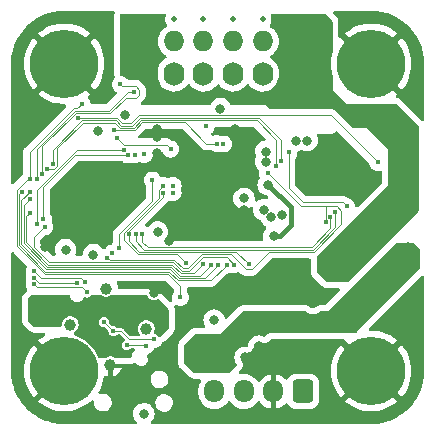
<source format=gbr>
%TF.GenerationSoftware,KiCad,Pcbnew,7.0.10*%
%TF.CreationDate,2024-01-29T19:45:29-05:00*%
%TF.ProjectId,lemon-pepper,6c656d6f-6e2d-4706-9570-7065722e6b69,rev?*%
%TF.SameCoordinates,PX8b85c60PY52f2218*%
%TF.FileFunction,Copper,L4,Bot*%
%TF.FilePolarity,Positive*%
%FSLAX46Y46*%
G04 Gerber Fmt 4.6, Leading zero omitted, Abs format (unit mm)*
G04 Created by KiCad (PCBNEW 7.0.10) date 2024-01-29 19:45:29*
%MOMM*%
%LPD*%
G01*
G04 APERTURE LIST*
G04 Aperture macros list*
%AMRoundRect*
0 Rectangle with rounded corners*
0 $1 Rounding radius*
0 $2 $3 $4 $5 $6 $7 $8 $9 X,Y pos of 4 corners*
0 Add a 4 corners polygon primitive as box body*
4,1,4,$2,$3,$4,$5,$6,$7,$8,$9,$2,$3,0*
0 Add four circle primitives for the rounded corners*
1,1,$1+$1,$2,$3*
1,1,$1+$1,$4,$5*
1,1,$1+$1,$6,$7*
1,1,$1+$1,$8,$9*
0 Add four rect primitives between the rounded corners*
20,1,$1+$1,$2,$3,$4,$5,0*
20,1,$1+$1,$4,$5,$6,$7,0*
20,1,$1+$1,$6,$7,$8,$9,0*
20,1,$1+$1,$8,$9,$2,$3,0*%
G04 Aperture macros list end*
%TA.AperFunction,ComponentPad*%
%ADD10C,1.000000*%
%TD*%
%TA.AperFunction,HeatsinkPad*%
%ADD11C,0.500000*%
%TD*%
%TA.AperFunction,ComponentPad*%
%ADD12O,1.750000X1.750000*%
%TD*%
%TA.AperFunction,ComponentPad*%
%ADD13O,1.750000X2.000000*%
%TD*%
%TA.AperFunction,ComponentPad*%
%ADD14C,5.800000*%
%TD*%
%TA.AperFunction,ComponentPad*%
%ADD15RoundRect,0.250000X0.600000X0.725000X-0.600000X0.725000X-0.600000X-0.725000X0.600000X-0.725000X0*%
%TD*%
%TA.AperFunction,ComponentPad*%
%ADD16O,1.700000X1.950000*%
%TD*%
%TA.AperFunction,ViaPad*%
%ADD17C,0.800000*%
%TD*%
%TA.AperFunction,ViaPad*%
%ADD18C,0.450000*%
%TD*%
%TA.AperFunction,Conductor*%
%ADD19C,0.100000*%
%TD*%
%TA.AperFunction,Conductor*%
%ADD20C,0.400000*%
%TD*%
G04 APERTURE END LIST*
D10*
%TO.P,J201,S1,SHIELD*%
%TO.N,GND*%
X-9426777Y-6032664D03*
X-12467336Y-9073223D03*
X-6032664Y-9426777D03*
X-9073223Y-12467336D03*
%TD*%
D11*
%TO.P,M101,1*%
%TO.N,/current sense/U_OUT*%
X-3700000Y16775000D03*
D12*
X-3700000Y14900000D03*
D13*
X-3700000Y12150000D03*
D11*
%TO.P,M101,2,-*%
%TO.N,/current sense/W_IN*%
X-1200000Y16775000D03*
D12*
X-1200000Y14900000D03*
D13*
X-1200000Y12150000D03*
D11*
%TO.P,M101,3*%
%TO.N,/half bridges/OUT1B*%
X1300000Y16775000D03*
D12*
X1300000Y14900000D03*
D13*
X1300000Y12150000D03*
D11*
%TO.P,M101,4*%
%TO.N,/current sense/V_OUT*%
X3800000Y16775000D03*
D12*
X3800000Y14900000D03*
D13*
X3800000Y12150000D03*
%TD*%
D14*
%TO.P,H101,1,1*%
%TO.N,GND*%
X-13000000Y13000000D03*
X-13000000Y-13000000D03*
X13000000Y13000000D03*
X13000000Y-13000000D03*
%TD*%
D15*
%TO.P,J101,1,Pin_1*%
%TO.N,Vmot*%
X7225000Y-14725000D03*
D16*
%TO.P,J101,2,Pin_2*%
%TO.N,GND*%
X4725000Y-14725000D03*
%TO.P,J101,3,Pin_3*%
%TO.N,/mcu/CANL*%
X2225000Y-14725000D03*
%TO.P,J101,4,Pin_4*%
%TO.N,/mcu/CANH*%
X-275000Y-14725000D03*
%TD*%
D17*
%TO.N,GND*%
X-5130000Y5450000D03*
%TO.N,+3V3*%
X-10100000Y7275000D03*
%TO.N,GND*%
X-5143750Y7475000D03*
X7675000Y2750000D03*
X-14630320Y-2499121D03*
X-5143750Y6825000D03*
X-2375000Y-14600000D03*
X-11650000Y1950000D03*
X-10375000Y675000D03*
X-9125000Y1975000D03*
X16675000Y-11200000D03*
X-10375000Y1950000D03*
X10585647Y5435647D03*
X11325000Y4725000D03*
X-10375000Y3150000D03*
X3475000Y-11825000D03*
X-1950000Y-1300000D03*
X3475000Y-10900000D03*
X8675000Y2725000D03*
X8070845Y-7288732D03*
X-4139000Y-1975000D03*
X1506250Y6850000D03*
X1475000Y-6125000D03*
X9910647Y6110647D03*
X-7550000Y-13000000D03*
X-250000Y-6800000D03*
X-1975000Y50000D03*
X-5395400Y-6375500D03*
X-2400000Y-16525000D03*
X7700000Y3775000D03*
X2223639Y600498D03*
X1506250Y7500000D03*
X2325000Y-11850000D03*
%TO.N,Vmot*%
X13575000Y-675000D03*
X3900000Y650000D03*
X-6275000Y16250000D03*
X4550000Y0D03*
X6305664Y12175000D03*
X6275000Y14250000D03*
X9950000Y-3975000D03*
X13575500Y-1567997D03*
X9025000Y-4375000D03*
X5450000Y175000D03*
X-6250000Y12175000D03*
X-6250000Y14225000D03*
X9850000Y-5000000D03*
X6250000Y16250000D03*
D18*
%TO.N,/mcu/USBD_P*%
X-5375000Y-10325000D03*
X-9650000Y-8850000D03*
X-8825000Y-9650000D03*
D17*
%TO.N,+3V3*%
X500000Y-12150000D03*
X-5075000Y-1225000D03*
X-6250000Y-16625000D03*
X-1700000Y-12150000D03*
X-625000Y-12150000D03*
X16075000Y-2500000D03*
X15625000Y-3350000D03*
X-12874972Y-2731439D03*
X2225000Y1600000D03*
X16550000Y-3375000D03*
X-2200000Y-11200000D03*
X220000Y9205000D03*
X-1125000Y-11200000D03*
X-7820000Y8645000D03*
X-300000Y-8700000D03*
X-10524127Y-3153111D03*
D18*
%TO.N,/mcu/RESET*%
X-15925000Y3250000D03*
X-11500000Y9605000D03*
X-3150000Y-6775000D03*
D17*
%TO.N,/current sense/W_IN*%
X4075000Y4700500D03*
X4075000Y5575000D03*
D18*
%TO.N,/current sense/U_SENSE*%
X-7060000Y10655000D03*
X-15325000Y3275000D03*
%TO.N,/current sense/V_SENSE*%
X-1000000Y7705000D03*
X-8906524Y-3034784D03*
D17*
%TO.N,/usb/USB_5V*%
X-9725000Y-11475000D03*
X-11550000Y-9800000D03*
X-6975000Y-8750000D03*
X-4725000Y-8900000D03*
X-8806854Y-7050000D03*
D18*
%TO.N,/mcu/USER_2*%
X-11950000Y-5525000D03*
X-15525241Y-5099495D03*
D17*
%TO.N,Net-(D603-K)*%
X4750000Y-1600000D03*
X4275000Y2750000D03*
D18*
%TO.N,Net-(D601-K)*%
X6025000Y5500000D03*
X10925000Y925000D03*
%TO.N,/usb/UCPD_CC2*%
X-7700000Y-10825000D03*
X-6075000Y-10850000D03*
%TO.N,/half bridges/ENA*%
X9150000Y-400000D03*
X4225000Y3750000D03*
X-9350000Y-3400000D03*
%TO.N,/encoder/SCK*%
X775000Y-4000000D03*
X-16600000Y2175000D03*
%TO.N,/encoder/CIPO*%
X-15900000Y1550000D03*
X-600000Y-4000000D03*
%TO.N,/encoder/COPI*%
X62132Y-4000000D03*
X-15925000Y2175000D03*
%TO.N,/encoder/CS*%
X1425000Y-4000000D03*
X-14650000Y-800000D03*
%TO.N,/encoder/CAL_EN*%
X-15900000Y400000D03*
X-1225000Y-3975000D03*
%TO.N,/mcu/USER_3*%
X-11250000Y-5450000D03*
X-15522442Y-4525000D03*
X-8350000Y-2625000D03*
X-5525000Y3150000D03*
%TO.N,/mcu/USER_1*%
X-11060733Y-6359180D03*
X-15524934Y-5673997D03*
%TO.N,/mcu/CAN_TX*%
X-3775000Y2675000D03*
X-7000021Y5305275D03*
%TO.N,/mcu/CAN_RX*%
X-6208321Y5326679D03*
X-3775000Y2100000D03*
%TO.N,/half bridges/IN2B*%
X4950000Y4350000D03*
X-14425000Y4075000D03*
%TO.N,/mcu/TIM4_CH1*%
X-7575000Y5300000D03*
X-14750000Y-150000D03*
%TO.N,/half bridges/IN1A*%
X-6375000Y-1425000D03*
X9550000Y25000D03*
%TO.N,/half bridges/IN2A*%
X9950000Y450000D03*
X-6950497Y-1450000D03*
%TO.N,/half bridges/IN1B*%
X-13975000Y4500000D03*
X5356234Y4756234D03*
%TO.N,/mcu/TIM4_CH2*%
X-15325000Y-575000D03*
X-7968766Y5718766D03*
D17*
%TO.N,/half bridges/OUT1B*%
X7575000Y6501000D03*
X6625000Y6500000D03*
D18*
%TO.N,/mcu/DIR*%
X2625000Y-3975000D03*
X-4600000Y2075000D03*
X-7525000Y-1450000D03*
%TO.N,/mcu/STEP*%
X-2700000Y-3900000D03*
X-4600497Y2675000D03*
%TO.N,/mcu/ADC1_IN12*%
X-14850000Y3675000D03*
X-8240000Y11265000D03*
%TO.N,/mcu/USER_BTN*%
X-11860000Y8425000D03*
X13550000Y4650000D03*
%TO.N,/current sense/GAIN_1*%
X-8765000Y7420000D03*
X-84208Y6245221D03*
%TO.N,/current sense/GAIN_0*%
X-3983000Y5788000D03*
X490000Y6215000D03*
X-8560000Y6755000D03*
%TD*%
D19*
%TO.N,/mcu/USER_BTN*%
X-11860000Y8425000D02*
X-8550000Y8425000D01*
X-8550000Y8425000D02*
X-8090000Y7965000D01*
X-6630000Y8635000D02*
X9565000Y8635000D01*
X-8090000Y7965000D02*
X-7300000Y7965000D01*
X-7300000Y7965000D02*
X-6630000Y8635000D01*
X9565000Y8635000D02*
X13550000Y4650000D01*
%TO.N,/half bridges/IN1B*%
X5356234Y4756234D02*
X5356234Y6575016D01*
X5356234Y6575016D02*
X3496250Y8435000D01*
X3496250Y8435000D02*
X-6547158Y8435000D01*
X-6547158Y8435000D02*
X-7217158Y7765000D01*
X-7217158Y7765000D02*
X-8172842Y7765000D01*
X-8172842Y7765000D02*
X-8632842Y8225000D01*
X-8632842Y8225000D02*
X-11494314Y8225000D01*
X-11494314Y8225000D02*
X-13975000Y5744314D01*
X-13975000Y5744314D02*
X-13975000Y4500000D01*
%TO.N,/half bridges/IN2B*%
X4950000Y6581250D02*
X3296250Y8235000D01*
X-7120000Y7565000D02*
X-8255684Y7565000D01*
X-13834314Y4075000D02*
X-14425000Y4075000D01*
X3296250Y8235000D02*
X-6450000Y8235000D01*
X-6450000Y8235000D02*
X-7120000Y7565000D01*
X4950000Y4350000D02*
X4950000Y6581250D01*
X-8255684Y7565000D02*
X-8715684Y8025000D01*
X-8715684Y8025000D02*
X-11411472Y8025000D01*
X-11411472Y8025000D02*
X-13575000Y5861472D01*
X-13575000Y5861472D02*
X-13575000Y4334314D01*
X-13575000Y4334314D02*
X-13834314Y4075000D01*
%TO.N,/current sense/GAIN_1*%
X-84208Y6245221D02*
X-962021Y6245221D01*
X-2751800Y8035000D02*
X-6367157Y8035000D01*
X-962021Y6245221D02*
X-2751800Y8035000D01*
X-8710000Y7365000D02*
X-8765000Y7420000D01*
X-6367157Y8035000D02*
X-7037157Y7365000D01*
X-7037157Y7365000D02*
X-8710000Y7365000D01*
%TO.N,/mcu/ADC1_IN12*%
X-8240000Y11265000D02*
X-8080000Y11105000D01*
X-8080000Y11105000D02*
X-6920000Y11105000D01*
X-9107158Y8825000D02*
X-12030000Y8825000D01*
X-6920000Y11105000D02*
X-6630000Y10815000D01*
X-6630000Y10385000D02*
X-6880000Y10135000D01*
X-6630000Y10815000D02*
X-6630000Y10385000D01*
X-12030000Y8825000D02*
X-14850000Y6005000D01*
X-6880000Y10135000D02*
X-7797158Y10135000D01*
X-7797158Y10135000D02*
X-9107158Y8825000D01*
X-14850000Y6005000D02*
X-14850000Y3675000D01*
%TO.N,/current sense/U_SENSE*%
X-7060000Y10655000D02*
X-7560000Y10655000D01*
X-7560000Y10655000D02*
X-9190000Y9025000D01*
X-9190000Y9025000D02*
X-12112842Y9025000D01*
X-12112842Y9025000D02*
X-15325000Y5812842D01*
X-15325000Y5812842D02*
X-15325000Y3275000D01*
%TO.N,/mcu/RESET*%
X-11500000Y9605000D02*
X-11880000Y9225000D01*
X-11880000Y9225000D02*
X-12195684Y9225000D01*
X-12195684Y9225000D02*
X-15925000Y5495684D01*
X-15925000Y5495684D02*
X-15925000Y3250000D01*
%TO.N,/current sense/GAIN_0*%
X-3983000Y5788000D02*
X-4326266Y6131266D01*
X-4326266Y6131266D02*
X-7936266Y6131266D01*
X-7936266Y6131266D02*
X-8560000Y6755000D01*
%TO.N,/mcu/USBD_P*%
X-9625000Y-8850000D02*
X-9650000Y-8850000D01*
X-8825000Y-9650000D02*
X-8150000Y-9650000D01*
X-8150000Y-9650000D02*
X-7475000Y-10325000D01*
X-8825000Y-9650000D02*
X-9625000Y-8850000D01*
X-7475000Y-10325000D02*
X-5375000Y-10325000D01*
%TO.N,/mcu/RESET*%
X-4171889Y-4803111D02*
X-3150000Y-5825000D01*
X-3150000Y-5825000D02*
X-3150000Y-6775000D01*
X-14659779Y-4803111D02*
X-4171889Y-4803111D01*
X-17025000Y-2437890D02*
X-14659779Y-4803111D01*
X-15925000Y3250000D02*
X-16090686Y3250000D01*
X-17025000Y2315686D02*
X-17025000Y-2437890D01*
X-16090686Y3250000D02*
X-17025000Y2315686D01*
%TO.N,/mcu/USER_2*%
X-15099736Y-5525000D02*
X-11950000Y-5525000D01*
X-15525241Y-5099495D02*
X-15099736Y-5525000D01*
D20*
%TO.N,Net-(D603-K)*%
X4750000Y-1600000D02*
X5250000Y-1600000D01*
X6175000Y850000D02*
X4275000Y2750000D01*
X5250000Y-1600000D02*
X6175000Y-675000D01*
X6175000Y-675000D02*
X6175000Y850000D01*
D19*
%TO.N,Net-(D601-K)*%
X10925000Y925000D02*
X10575000Y1275000D01*
X6025000Y2500000D02*
X6025000Y5500000D01*
X7250000Y1275000D02*
X6025000Y2500000D01*
X10575000Y1275000D02*
X7250000Y1275000D01*
%TO.N,/usb/UCPD_CC2*%
X-7700000Y-10825000D02*
X-6100000Y-10825000D01*
X-6100000Y-10825000D02*
X-6075000Y-10850000D01*
%TO.N,/half bridges/ENA*%
X9150000Y925000D02*
X7075000Y925000D01*
X-9146889Y-3603111D02*
X-9350000Y-3400000D01*
X9150000Y-400000D02*
X9150000Y925000D01*
X-1282842Y-3125000D02*
X-2482842Y-4325000D01*
X10075000Y925000D02*
X10475000Y525000D01*
X10475000Y-575000D02*
X8125000Y-2925000D01*
X-2952948Y-4325000D02*
X-3674837Y-3603111D01*
X8125000Y-2925000D02*
X4375000Y-2925000D01*
X9525000Y925000D02*
X10075000Y925000D01*
X4250000Y3750000D02*
X4225000Y3750000D01*
X10475000Y525000D02*
X10475000Y-575000D01*
X-3674837Y-3603111D02*
X-9146889Y-3603111D01*
X7075000Y925000D02*
X4250000Y3750000D01*
X1125000Y-3125000D02*
X-1282842Y-3125000D01*
X9525000Y925000D02*
X9150000Y925000D01*
X2400000Y-4400000D02*
X1125000Y-3125000D01*
X-2482842Y-4325000D02*
X-2952948Y-4325000D01*
X4375000Y-2925000D02*
X2900000Y-4400000D01*
X2900000Y-4400000D02*
X2400000Y-4400000D01*
%TO.N,/encoder/SCK*%
X-3367158Y-5325000D02*
X-550000Y-5325000D01*
X-16825000Y-2355048D02*
X-14576937Y-4603111D01*
X-14576937Y-4603111D02*
X-4089047Y-4603111D01*
X-550000Y-5325000D02*
X775000Y-4000000D01*
X-4089047Y-4603111D02*
X-3367158Y-5325000D01*
X-16600000Y2175000D02*
X-16825000Y1950000D01*
X-16825000Y1950000D02*
X-16825000Y-2355048D01*
%TO.N,/encoder/CIPO*%
X-3201474Y-4925000D02*
X-1525000Y-4925000D01*
X-1525000Y-4925000D02*
X-600000Y-4000000D01*
X-16425000Y1025000D02*
X-16425000Y-2189364D01*
X-14411253Y-4203111D02*
X-3923363Y-4203111D01*
X-16425000Y-2189364D02*
X-14411253Y-4203111D01*
X-3923363Y-4203111D02*
X-3201474Y-4925000D01*
X-15900000Y1550000D02*
X-16425000Y1025000D01*
%TO.N,/encoder/COPI*%
X-1062868Y-5125000D02*
X62132Y-4000000D01*
X-4006205Y-4403111D02*
X-3284316Y-5125000D01*
X-15925000Y2175000D02*
X-16625000Y1475000D01*
X-3284316Y-5125000D02*
X-1062868Y-5125000D01*
X-14494095Y-4403111D02*
X-4006205Y-4403111D01*
X-16625000Y-2272206D02*
X-14494095Y-4403111D01*
X-16625000Y1475000D02*
X-16625000Y-2272206D01*
%TO.N,/encoder/CS*%
X-14245569Y-3803111D02*
X-3757679Y-3803111D01*
X-1200000Y-3325000D02*
X750000Y-3325000D01*
X-15575000Y-2473680D02*
X-14245569Y-3803111D01*
X-14700000Y-800000D02*
X-15575000Y-1675000D01*
X-3757679Y-3803111D02*
X-3035790Y-4525000D01*
X750000Y-3325000D02*
X1425000Y-4000000D01*
X-3035790Y-4525000D02*
X-2400000Y-4525000D01*
X-2400000Y-4525000D02*
X-1200000Y-3325000D01*
X-15575000Y-1675000D02*
X-15575000Y-2473680D01*
X-14650000Y-800000D02*
X-14700000Y-800000D01*
%TO.N,/encoder/CAL_EN*%
X-15900000Y400000D02*
X-16225000Y75000D01*
X-14328411Y-4003111D02*
X-3840521Y-4003111D01*
X-16225000Y75000D02*
X-16225000Y-2106522D01*
X-1975000Y-4725000D02*
X-1225000Y-3975000D01*
X-16225000Y-2106522D02*
X-14328411Y-4003111D01*
X-3840521Y-4003111D02*
X-3118632Y-4725000D01*
X-3118632Y-4725000D02*
X-1975000Y-4725000D01*
%TO.N,/mcu/USER_3*%
X-8325000Y-1400000D02*
X-8325000Y-2600000D01*
X-14922442Y-5125000D02*
X-15522442Y-4525000D01*
X-5525000Y3150000D02*
X-5525000Y1400000D01*
X-5525000Y1400000D02*
X-8325000Y-1400000D01*
X-11250000Y-5450000D02*
X-11575000Y-5125000D01*
X-8325000Y-2600000D02*
X-8350000Y-2625000D01*
X-11575000Y-5125000D02*
X-14922442Y-5125000D01*
%TO.N,/mcu/USER_1*%
X-11060733Y-6359180D02*
X-11494913Y-5925000D01*
X-15273931Y-5925000D02*
X-15524934Y-5673997D01*
X-11494913Y-5925000D02*
X-15273931Y-5925000D01*
%TO.N,/mcu/TIM4_CH1*%
X-14750000Y2592158D02*
X-12042158Y5300000D01*
X-14750000Y-150000D02*
X-14750000Y2592158D01*
X-12042158Y5300000D02*
X-7575000Y5300000D01*
%TO.N,/half bridges/IN1A*%
X-6375000Y-2050000D02*
X-6375000Y-1425000D01*
X9550000Y25000D02*
X9550000Y-934316D01*
X-5900000Y-2525000D02*
X-6375000Y-2050000D01*
X7959316Y-2525000D02*
X-5900000Y-2525000D01*
X9550000Y-934316D02*
X7959316Y-2525000D01*
%TO.N,/half bridges/IN2A*%
X9950000Y-817158D02*
X8042158Y-2725000D01*
X8042158Y-2725000D02*
X-6250002Y-2725000D01*
X9950000Y450000D02*
X9950000Y-817158D01*
X-6250002Y-2725000D02*
X-6950497Y-2024505D01*
X-6950497Y-2024505D02*
X-6950497Y-1450000D01*
%TO.N,/mcu/TIM4_CH2*%
X-7975000Y5725000D02*
X-7968766Y5718766D01*
X-15325000Y-575000D02*
X-15325000Y2300000D01*
X-15325000Y2300000D02*
X-11900000Y5725000D01*
X-11900000Y5725000D02*
X-7975000Y5725000D01*
%TO.N,/mcu/DIR*%
X-7525000Y-1165684D02*
X-7525000Y-1450000D01*
X1575000Y-2925000D02*
X-6625000Y-2925000D01*
X-4600000Y1759316D02*
X-7525000Y-1165684D01*
X2625000Y-3975000D02*
X1575000Y-2925000D01*
X-6625000Y-2925000D02*
X-7525000Y-2025000D01*
X-7525000Y-2025000D02*
X-7525000Y-1450000D01*
X-4600000Y2075000D02*
X-4600000Y1759316D01*
%TO.N,/mcu/STEP*%
X-5000000Y2275497D02*
X-5000000Y1642158D01*
X-6707842Y-3125000D02*
X-3475000Y-3125000D01*
X-7950000Y-1882842D02*
X-6707842Y-3125000D01*
X-7950000Y-1307842D02*
X-7950000Y-1882842D01*
X-4600497Y2675000D02*
X-5000000Y2275497D01*
X-5000000Y1642158D02*
X-7950000Y-1307842D01*
X-3475000Y-3125000D02*
X-2700000Y-3900000D01*
%TD*%
%TA.AperFunction,Conductor*%
%TO.N,GND*%
G36*
X-17276000Y-2972595D02*
G01*
X-17245141Y-2996274D01*
X-16207193Y-4034222D01*
X-16168629Y-4101017D01*
X-16168629Y-4178145D01*
X-16178305Y-4204225D01*
X-16180230Y-4208221D01*
X-16234229Y-4362541D01*
X-16245892Y-4466058D01*
X-16252533Y-4525000D01*
X-16234228Y-4687461D01*
X-16225716Y-4711786D01*
X-16209183Y-4759036D01*
X-16203420Y-4835949D01*
X-16209183Y-4857456D01*
X-16237026Y-4937029D01*
X-16237028Y-4937036D01*
X-16255332Y-5099494D01*
X-16255332Y-5099495D01*
X-16237028Y-5261953D01*
X-16237027Y-5261957D01*
X-16210428Y-5337974D01*
X-16204665Y-5414887D01*
X-16210428Y-5436393D01*
X-16236719Y-5511531D01*
X-16236721Y-5511538D01*
X-16255025Y-5673996D01*
X-16255025Y-5673997D01*
X-16236721Y-5836455D01*
X-16236721Y-5836457D01*
X-16236720Y-5836458D01*
X-16193482Y-5960026D01*
X-16182722Y-5990774D01*
X-16129380Y-6075667D01*
X-16106646Y-6149369D01*
X-16123809Y-6224563D01*
X-16150183Y-6260299D01*
X-16396124Y-6506239D01*
X-16432279Y-6546489D01*
X-16432306Y-6546521D01*
X-16448922Y-6567140D01*
X-16480567Y-6611026D01*
X-16540339Y-6741905D01*
X-16540342Y-6741914D01*
X-16560023Y-6808938D01*
X-16560026Y-6808951D01*
X-16560027Y-6808955D01*
X-16580499Y-6951347D01*
X-16580500Y-6951365D01*
X-16580500Y-8723643D01*
X-16577606Y-8777649D01*
X-16577604Y-8777678D01*
X-16574772Y-8804020D01*
X-16574765Y-8804066D01*
X-16566117Y-8857440D01*
X-16515834Y-8992252D01*
X-16515833Y-8992255D01*
X-16482350Y-9053575D01*
X-16482345Y-9053583D01*
X-16396126Y-9168758D01*
X-16396123Y-9168761D01*
X-15993761Y-9571123D01*
X-15953500Y-9607288D01*
X-15953482Y-9607303D01*
X-15953479Y-9607305D01*
X-15932859Y-9623921D01*
X-15932860Y-9623921D01*
X-15919404Y-9633624D01*
X-15888974Y-9655567D01*
X-15758097Y-9715338D01*
X-15719981Y-9726530D01*
X-15691062Y-9735022D01*
X-15691060Y-9735022D01*
X-15691058Y-9735023D01*
X-15691054Y-9735024D01*
X-15691053Y-9735024D01*
X-15691049Y-9735025D01*
X-15691045Y-9735026D01*
X-15548653Y-9755498D01*
X-15548649Y-9755498D01*
X-15548638Y-9755500D01*
X-15548634Y-9755500D01*
X-14739099Y-9755500D01*
X-14664599Y-9775462D01*
X-14610061Y-9830000D01*
X-14590099Y-9904500D01*
X-14610061Y-9979000D01*
X-14662281Y-10032172D01*
X-14910839Y-10181724D01*
X-15204337Y-10404835D01*
X-15223480Y-10422967D01*
X-13906880Y-11739567D01*
X-13934180Y-11756832D01*
X-14121501Y-11922784D01*
X-14260512Y-12093041D01*
X-15574503Y-10779050D01*
X-15574504Y-10779050D01*
X-15710692Y-10939383D01*
X-15710694Y-10939386D01*
X-15917598Y-11244547D01*
X-16090285Y-11570271D01*
X-16090291Y-11570284D01*
X-16226751Y-11912773D01*
X-16226753Y-11912778D01*
X-16325387Y-12268023D01*
X-16325387Y-12268025D01*
X-16385035Y-12631857D01*
X-16385035Y-12631863D01*
X-16404994Y-12999991D01*
X-16404994Y-13000008D01*
X-16385035Y-13368136D01*
X-16385035Y-13368142D01*
X-16325387Y-13731974D01*
X-16325387Y-13731976D01*
X-16226753Y-14087221D01*
X-16226751Y-14087226D01*
X-16090291Y-14429715D01*
X-16090285Y-14429728D01*
X-15917596Y-14755456D01*
X-15917593Y-14755461D01*
X-15710697Y-15060608D01*
X-15710688Y-15060620D01*
X-15574504Y-15220948D01*
X-15574503Y-15220948D01*
X-14258650Y-13905094D01*
X-14204544Y-13983480D01*
X-14031184Y-14163966D01*
X-13905135Y-14258685D01*
X-15223480Y-15577031D01*
X-15204343Y-15595159D01*
X-15204342Y-15595160D01*
X-14910835Y-15818278D01*
X-14594934Y-16008350D01*
X-14260316Y-16163160D01*
X-14260306Y-16163165D01*
X-13910937Y-16280880D01*
X-13550869Y-16360137D01*
X-13184344Y-16399999D01*
X-13184334Y-16400000D01*
X-12815666Y-16400000D01*
X-12815657Y-16399999D01*
X-12449132Y-16360137D01*
X-12449131Y-16360137D01*
X-12089064Y-16280880D01*
X-11739695Y-16163165D01*
X-11739685Y-16163160D01*
X-11405067Y-16008350D01*
X-11089166Y-15818278D01*
X-10795654Y-15595155D01*
X-10713683Y-15517509D01*
X-10645868Y-15480768D01*
X-10568768Y-15482856D01*
X-10503042Y-15523214D01*
X-10466301Y-15591029D01*
X-10462467Y-15634346D01*
X-10467940Y-15728308D01*
X-10467940Y-15728315D01*
X-10437665Y-15900011D01*
X-10368612Y-16060095D01*
X-10264502Y-16199938D01*
X-10130950Y-16312002D01*
X-10130949Y-16312002D01*
X-10130947Y-16312004D01*
X-9975148Y-16390249D01*
X-9805504Y-16430455D01*
X-9805502Y-16430455D01*
X-9674894Y-16430455D01*
X-9674890Y-16430454D01*
X-9545169Y-16415292D01*
X-9381340Y-16355663D01*
X-9235679Y-16259860D01*
X-9226809Y-16250459D01*
X-9161869Y-16181627D01*
X-9116037Y-16133048D01*
X-9028866Y-15982062D01*
X-8978864Y-15815043D01*
X-8968726Y-15640995D01*
X-8999001Y-15469301D01*
X-9020085Y-15420421D01*
X-9068055Y-15309214D01*
X-9172165Y-15169371D01*
X-9305717Y-15057307D01*
X-9461515Y-14979062D01*
X-9461517Y-14979061D01*
X-9461518Y-14979061D01*
X-9631162Y-14938855D01*
X-9761769Y-14938855D01*
X-9761778Y-14938855D01*
X-9891493Y-14954017D01*
X-9891498Y-14954018D01*
X-9894404Y-14955076D01*
X-9896871Y-14955291D01*
X-9899939Y-14956019D01*
X-9900046Y-14955569D01*
X-9971238Y-14961795D01*
X-10041139Y-14929197D01*
X-10085376Y-14866016D01*
X-10092095Y-14789182D01*
X-10077003Y-14745267D01*
X-9909716Y-14429728D01*
X-9909710Y-14429715D01*
X-9773250Y-14087226D01*
X-9773248Y-14087221D01*
X-9682859Y-13761672D01*
X-5675136Y-13761672D01*
X-5644861Y-13933368D01*
X-5575808Y-14093452D01*
X-5471698Y-14233295D01*
X-5338146Y-14345359D01*
X-5338145Y-14345359D01*
X-5338143Y-14345361D01*
X-5182344Y-14423606D01*
X-5012700Y-14463812D01*
X-5012698Y-14463812D01*
X-4882090Y-14463812D01*
X-4882086Y-14463811D01*
X-4752365Y-14448649D01*
X-4588536Y-14389020D01*
X-4442875Y-14293217D01*
X-4402101Y-14250000D01*
X-4352690Y-14197627D01*
X-4323233Y-14166405D01*
X-4236062Y-14015419D01*
X-4186060Y-13848400D01*
X-4175922Y-13674352D01*
X-4206197Y-13502658D01*
X-4219799Y-13471123D01*
X-4275251Y-13342571D01*
X-4379361Y-13202728D01*
X-4512913Y-13090664D01*
X-4668711Y-13012419D01*
X-4668713Y-13012418D01*
X-4668714Y-13012418D01*
X-4838358Y-12972212D01*
X-4968965Y-12972212D01*
X-4968974Y-12972212D01*
X-5098689Y-12987374D01*
X-5098693Y-12987374D01*
X-5262518Y-13047002D01*
X-5262520Y-13047003D01*
X-5262522Y-13047004D01*
X-5351245Y-13105358D01*
X-5408188Y-13142810D01*
X-5527820Y-13269612D01*
X-5527828Y-13269623D01*
X-5614996Y-13420603D01*
X-5614997Y-13420605D01*
X-5645927Y-13523921D01*
X-5657178Y-13561505D01*
X-5664998Y-13587625D01*
X-5675136Y-13761666D01*
X-5675136Y-13761672D01*
X-9682859Y-13761672D01*
X-9674614Y-13731976D01*
X-9674614Y-13731974D01*
X-9639338Y-13516805D01*
X-9607586Y-13446516D01*
X-9544944Y-13401520D01*
X-9468195Y-13393874D01*
X-9449049Y-13398327D01*
X-9323223Y-13436495D01*
X-9323223Y-12716274D01*
X-9242108Y-12779408D01*
X-9131628Y-12817336D01*
X-9044218Y-12817336D01*
X-8958007Y-12802950D01*
X-8855276Y-12747355D01*
X-8827642Y-12717336D01*
X-8823223Y-12717336D01*
X-8823223Y-13436495D01*
X-8688691Y-13395686D01*
X-8514963Y-13302827D01*
X-8514961Y-13302826D01*
X-8362698Y-13177866D01*
X-8362693Y-13177861D01*
X-8237733Y-13025598D01*
X-8237732Y-13025596D01*
X-8144873Y-12851869D01*
X-8104062Y-12717336D01*
X-8823223Y-12717336D01*
X-8827642Y-12717336D01*
X-8776163Y-12661415D01*
X-8729241Y-12554444D01*
X-8719595Y-12438034D01*
X-8731373Y-12391524D01*
X-8616279Y-12405500D01*
X-8616273Y-12405500D01*
X-7415208Y-12405500D01*
X-7415203Y-12405500D01*
X-7316198Y-12395710D01*
X-7268567Y-12386197D01*
X-7173402Y-12357208D01*
X-7115009Y-12322438D01*
X-7040788Y-12301476D01*
X-6966026Y-12320432D01*
X-6933422Y-12345103D01*
X-6819560Y-12458965D01*
X-6729274Y-12527430D01*
X-6729273Y-12527431D01*
X-6729272Y-12527431D01*
X-6729271Y-12527432D01*
X-6588493Y-12582947D01*
X-6437957Y-12598423D01*
X-6288828Y-12572711D01*
X-6152167Y-12507718D01*
X-6038108Y-12408263D01*
X-5955112Y-12281724D01*
X-5909333Y-12137487D01*
X-5904167Y-11986245D01*
X-5939996Y-11839219D01*
X-5978705Y-11770375D01*
X-5997817Y-11695654D01*
X-5977009Y-11621386D01*
X-5921854Y-11567473D01*
X-5898047Y-11556714D01*
X-5758225Y-11507789D01*
X-5619796Y-11420808D01*
X-5504192Y-11305204D01*
X-5417211Y-11166775D01*
X-5409182Y-11143827D01*
X-5365735Y-11080102D01*
X-5296246Y-11046636D01*
X-5285242Y-11044977D01*
X-5212539Y-11036786D01*
X-5058225Y-10982789D01*
X-4919796Y-10895808D01*
X-4804192Y-10780204D01*
X-4717211Y-10641775D01*
X-4717141Y-10641573D01*
X-4717052Y-10641442D01*
X-4713583Y-10634240D01*
X-4712498Y-10634762D01*
X-4673700Y-10577847D01*
X-4647919Y-10560009D01*
X-4595414Y-10531340D01*
X-4480233Y-10445116D01*
X-3803877Y-9768760D01*
X-3767712Y-9728499D01*
X-3751078Y-9707857D01*
X-3719433Y-9663973D01*
X-3659662Y-9533096D01*
X-3639977Y-9466057D01*
X-3639976Y-9466053D01*
X-3639975Y-9466047D01*
X-3639974Y-9466043D01*
X-3619502Y-9323651D01*
X-3619500Y-9323633D01*
X-3619500Y-7876356D01*
X-3622395Y-7822350D01*
X-3622397Y-7822321D01*
X-3625229Y-7795979D01*
X-3625236Y-7795933D01*
X-3633885Y-7742559D01*
X-3633886Y-7742554D01*
X-3633886Y-7742552D01*
X-3682117Y-7613244D01*
X-3689448Y-7536466D01*
X-3657408Y-7466308D01*
X-3594582Y-7421569D01*
X-3517803Y-7414237D01*
X-3474982Y-7430538D01*
X-3474316Y-7429158D01*
X-3466782Y-7432786D01*
X-3466777Y-7432787D01*
X-3466775Y-7432789D01*
X-3312461Y-7486786D01*
X-3204219Y-7498982D01*
X-3150001Y-7505091D01*
X-3150000Y-7505091D01*
X-3149999Y-7505091D01*
X-3109385Y-7500514D01*
X-2987539Y-7486786D01*
X-2833225Y-7432789D01*
X-2694796Y-7345808D01*
X-2579192Y-7230204D01*
X-2492211Y-7091775D01*
X-2438214Y-6937461D01*
X-2419909Y-6775000D01*
X-2438214Y-6612539D01*
X-2492211Y-6458225D01*
X-2539689Y-6382664D01*
X-2576662Y-6323822D01*
X-2599396Y-6250120D01*
X-2599500Y-6244549D01*
X-2599500Y-6024500D01*
X-2579538Y-5950000D01*
X-2525000Y-5895462D01*
X-2450500Y-5875500D01*
X-561936Y-5875500D01*
X-556851Y-5875586D01*
X-493174Y-5877762D01*
X-454510Y-5868338D01*
X-439527Y-5865490D01*
X-400080Y-5860070D01*
X-385582Y-5853771D01*
X-361499Y-5845673D01*
X-346148Y-5841933D01*
X-340193Y-5838585D01*
X-311457Y-5822427D01*
X-297796Y-5815640D01*
X-261280Y-5799780D01*
X-249023Y-5789806D01*
X-228025Y-5775515D01*
X-214241Y-5767766D01*
X-186092Y-5739615D01*
X-174786Y-5729410D01*
X-143892Y-5704278D01*
X-134779Y-5691365D01*
X-118416Y-5671939D01*
X792719Y-4760804D01*
X859512Y-4722242D01*
X881388Y-4718103D01*
X937461Y-4711786D01*
X1050788Y-4672130D01*
X1127699Y-4666366D01*
X1149202Y-4672127D01*
X1262539Y-4711786D01*
X1370408Y-4723940D01*
X1424999Y-4730091D01*
X1425000Y-4730091D01*
X1425001Y-4730091D01*
X1465615Y-4725514D01*
X1587461Y-4711786D01*
X1741775Y-4657789D01*
X1741776Y-4657788D01*
X1749673Y-4655025D01*
X1750325Y-4656888D01*
X1815101Y-4644630D01*
X1887902Y-4670101D01*
X1909331Y-4687855D01*
X2002282Y-4780806D01*
X2005817Y-4784464D01*
X2049320Y-4831044D01*
X2083332Y-4851727D01*
X2095948Y-4860314D01*
X2127656Y-4884360D01*
X2127657Y-4884360D01*
X2127658Y-4884361D01*
X2142361Y-4890159D01*
X2165113Y-4901459D01*
X2178618Y-4909672D01*
X2216951Y-4920412D01*
X2231398Y-4925270D01*
X2261229Y-4937034D01*
X2268436Y-4939876D01*
X2284154Y-4941492D01*
X2309116Y-4946236D01*
X2316589Y-4948329D01*
X2324335Y-4950500D01*
X2364135Y-4950500D01*
X2379372Y-4951281D01*
X2380789Y-4951426D01*
X2418971Y-4955352D01*
X2434544Y-4952666D01*
X2459861Y-4950500D01*
X2888064Y-4950500D01*
X2893149Y-4950586D01*
X2956826Y-4952762D01*
X2995490Y-4943338D01*
X3010473Y-4940490D01*
X3049920Y-4935070D01*
X3064418Y-4928771D01*
X3088501Y-4920673D01*
X3103852Y-4916933D01*
X3116766Y-4909672D01*
X3138543Y-4897427D01*
X3152204Y-4890640D01*
X3188720Y-4874780D01*
X3200977Y-4864806D01*
X3221975Y-4850515D01*
X3235759Y-4842766D01*
X3263908Y-4814615D01*
X3275214Y-4804410D01*
X3306108Y-4779278D01*
X3315221Y-4766365D01*
X3331584Y-4746939D01*
X4559384Y-3519141D01*
X4626179Y-3480577D01*
X4664743Y-3475500D01*
X7770500Y-3475500D01*
X7845000Y-3495462D01*
X7899538Y-3550000D01*
X7919500Y-3624500D01*
X7919500Y-4623643D01*
X7922394Y-4677649D01*
X7922396Y-4677678D01*
X7925228Y-4704020D01*
X7925235Y-4704066D01*
X7933883Y-4757440D01*
X7984166Y-4892252D01*
X7984167Y-4892255D01*
X8017650Y-4953575D01*
X8017655Y-4953583D01*
X8103874Y-5068758D01*
X8103877Y-5068761D01*
X8831239Y-5796123D01*
X8871500Y-5832288D01*
X8871518Y-5832303D01*
X8871521Y-5832305D01*
X8892141Y-5848921D01*
X8892140Y-5848921D01*
X8905596Y-5858624D01*
X8936026Y-5880567D01*
X9066903Y-5940338D01*
X9099808Y-5950000D01*
X9133938Y-5960022D01*
X9133940Y-5960022D01*
X9133942Y-5960023D01*
X9133946Y-5960024D01*
X9133947Y-5960024D01*
X9133951Y-5960025D01*
X9133955Y-5960026D01*
X9276347Y-5980498D01*
X9276351Y-5980498D01*
X9276362Y-5980500D01*
X10194898Y-5980500D01*
X10269398Y-6000462D01*
X10323936Y-6055000D01*
X10343898Y-6129500D01*
X10323936Y-6204000D01*
X10300257Y-6234859D01*
X9159257Y-7375859D01*
X9092462Y-7414423D01*
X9053898Y-7419500D01*
X8764874Y-7419500D01*
X8697739Y-7423981D01*
X8665080Y-7428359D01*
X8665076Y-7428359D01*
X8665076Y-7428360D01*
X8599111Y-7441723D01*
X8599110Y-7441723D01*
X8599107Y-7441724D01*
X8599103Y-7441725D01*
X8467114Y-7498982D01*
X8464983Y-7500094D01*
X8463547Y-7501055D01*
X8458837Y-7504080D01*
X8426869Y-7523773D01*
X8414103Y-7527586D01*
X8382030Y-7550888D01*
X8376925Y-7554307D01*
X8375021Y-7555981D01*
X8309095Y-7603879D01*
X8282098Y-7623493D01*
X8255121Y-7639068D01*
X8207888Y-7660097D01*
X8178268Y-7669721D01*
X8127681Y-7680475D01*
X8096698Y-7683732D01*
X8044989Y-7683732D01*
X8014012Y-7680476D01*
X7963425Y-7669723D01*
X7933803Y-7660099D01*
X7886564Y-7639066D01*
X7859591Y-7623493D01*
X7755770Y-7548064D01*
X7754627Y-7547225D01*
X7748735Y-7542858D01*
X7745904Y-7540707D01*
X7741814Y-7537519D01*
X7741812Y-7537518D01*
X7739753Y-7535913D01*
X7735134Y-7532777D01*
X7717135Y-7519437D01*
X7717129Y-7519433D01*
X7680310Y-7502618D01*
X7586252Y-7459662D01*
X7586249Y-7459661D01*
X7586240Y-7459658D01*
X7519216Y-7439977D01*
X7519203Y-7439974D01*
X7519199Y-7439973D01*
X7376807Y-7419501D01*
X7376795Y-7419500D01*
X7376793Y-7419500D01*
X2226362Y-7419500D01*
X2226357Y-7419500D01*
X2172350Y-7422394D01*
X2172321Y-7422396D01*
X2145979Y-7425228D01*
X2145933Y-7425235D01*
X2092559Y-7433883D01*
X1957747Y-7484166D01*
X1957744Y-7484167D01*
X1896424Y-7517650D01*
X1896416Y-7517655D01*
X1781241Y-7603874D01*
X1781236Y-7603879D01*
X828157Y-8556957D01*
X761362Y-8595521D01*
X684234Y-8595521D01*
X617439Y-8556957D01*
X581093Y-8497646D01*
X527179Y-8331716D01*
X432533Y-8167784D01*
X432532Y-8167783D01*
X432530Y-8167779D01*
X305872Y-8027113D01*
X152727Y-7915847D01*
X-20195Y-7838857D01*
X-20197Y-7838856D01*
X-126640Y-7816231D01*
X-205352Y-7799500D01*
X-205354Y-7799500D01*
X-394646Y-7799500D01*
X-394648Y-7799500D01*
X-494608Y-7820747D01*
X-579803Y-7838856D01*
X-579805Y-7838856D01*
X-579806Y-7838857D01*
X-752728Y-7915847D01*
X-905873Y-8027113D01*
X-1032531Y-8167779D01*
X-1127178Y-8331714D01*
X-1127181Y-8331721D01*
X-1185675Y-8511745D01*
X-1205460Y-8700000D01*
X-1185675Y-8888254D01*
X-1151882Y-8992257D01*
X-1127179Y-9068284D01*
X-1127176Y-9068289D01*
X-1067876Y-9171001D01*
X-1047914Y-9245501D01*
X-1067877Y-9320001D01*
X-1122415Y-9374538D01*
X-1196914Y-9394500D01*
X-1923643Y-9394500D01*
X-1977650Y-9397394D01*
X-1977679Y-9397396D01*
X-2004021Y-9400228D01*
X-2004067Y-9400235D01*
X-2057441Y-9408883D01*
X-2192253Y-9459166D01*
X-2192256Y-9459167D01*
X-2253576Y-9492650D01*
X-2253584Y-9492655D01*
X-2368759Y-9578874D01*
X-3146124Y-10356239D01*
X-3182279Y-10396489D01*
X-3182306Y-10396521D01*
X-3198922Y-10417140D01*
X-3230567Y-10461026D01*
X-3290339Y-10591905D01*
X-3290342Y-10591914D01*
X-3310023Y-10658938D01*
X-3310026Y-10658951D01*
X-3310027Y-10658955D01*
X-3330499Y-10801347D01*
X-3330500Y-10801365D01*
X-3330500Y-12323643D01*
X-3327606Y-12377649D01*
X-3327604Y-12377678D01*
X-3324772Y-12404020D01*
X-3324765Y-12404066D01*
X-3316117Y-12457440D01*
X-3265834Y-12592252D01*
X-3265833Y-12592255D01*
X-3232350Y-12653575D01*
X-3232345Y-12653583D01*
X-3146126Y-12768758D01*
X-3146123Y-12768761D01*
X-2443761Y-13471123D01*
X-2403500Y-13507288D01*
X-2403482Y-13507303D01*
X-2403479Y-13507305D01*
X-2382859Y-13523921D01*
X-2382860Y-13523921D01*
X-2369404Y-13533624D01*
X-2338974Y-13555567D01*
X-2208097Y-13615338D01*
X-2169981Y-13626530D01*
X-2141062Y-13635022D01*
X-2141060Y-13635022D01*
X-2141058Y-13635023D01*
X-2141054Y-13635024D01*
X-2141053Y-13635024D01*
X-2141049Y-13635025D01*
X-2141045Y-13635026D01*
X-1998653Y-13655498D01*
X-1998649Y-13655498D01*
X-1998638Y-13655500D01*
X-1548536Y-13655500D01*
X-1474036Y-13675462D01*
X-1419498Y-13730000D01*
X-1399536Y-13804500D01*
X-1419498Y-13879000D01*
X-1426478Y-13889955D01*
X-1428872Y-13893375D01*
X-1449033Y-13922166D01*
X-1485639Y-14000668D01*
X-1525999Y-14087221D01*
X-1548904Y-14136340D01*
X-1610063Y-14364590D01*
X-1625500Y-14541033D01*
X-1625500Y-14908966D01*
X-1610063Y-15085409D01*
X-1587565Y-15169372D01*
X-1548903Y-15313663D01*
X-1449035Y-15527829D01*
X-1313495Y-15721401D01*
X-1146401Y-15888495D01*
X-952830Y-16024035D01*
X-738663Y-16123903D01*
X-510408Y-16185063D01*
X-275000Y-16205659D01*
X-39592Y-16185063D01*
X188663Y-16123903D01*
X402829Y-16024035D01*
X596401Y-15888495D01*
X763495Y-15721401D01*
X852948Y-15593648D01*
X912029Y-15544073D01*
X987986Y-15530680D01*
X1060463Y-15557059D01*
X1097051Y-15593647D01*
X1186505Y-15721401D01*
X1353599Y-15888495D01*
X1547170Y-16024035D01*
X1761337Y-16123903D01*
X1989592Y-16185063D01*
X2225000Y-16205659D01*
X2460408Y-16185063D01*
X2688663Y-16123903D01*
X2902829Y-16024035D01*
X3096401Y-15888495D01*
X3263495Y-15721401D01*
X3353252Y-15593214D01*
X3412334Y-15543637D01*
X3488291Y-15530244D01*
X3560767Y-15556623D01*
X3597359Y-15593214D01*
X3686891Y-15721079D01*
X3853923Y-15888111D01*
X4047411Y-16023593D01*
X4047420Y-16023599D01*
X4261508Y-16123430D01*
X4261513Y-16123432D01*
X4475000Y-16180634D01*
X4475000Y-15133018D01*
X4589801Y-15185446D01*
X4691025Y-15200000D01*
X4758975Y-15200000D01*
X4860199Y-15185446D01*
X4975000Y-15133018D01*
X4975000Y-16180633D01*
X5188486Y-16123432D01*
X5402580Y-16023597D01*
X5596079Y-15888108D01*
X5720974Y-15763213D01*
X5787768Y-15724649D01*
X5864896Y-15724649D01*
X5931692Y-15763213D01*
X5953146Y-15790347D01*
X6032288Y-15918656D01*
X6156344Y-16042712D01*
X6305666Y-16134814D01*
X6472203Y-16189999D01*
X6574991Y-16200500D01*
X7875008Y-16200499D01*
X7977797Y-16189999D01*
X8144334Y-16134814D01*
X8293656Y-16042712D01*
X8417712Y-15918656D01*
X8509814Y-15769334D01*
X8564999Y-15602797D01*
X8575500Y-15500009D01*
X8575499Y-13949992D01*
X8564999Y-13847203D01*
X8509814Y-13680666D01*
X8417712Y-13531344D01*
X8293656Y-13407288D01*
X8144334Y-13315186D01*
X8061065Y-13287593D01*
X7977798Y-13260001D01*
X7960665Y-13258250D01*
X7875009Y-13249500D01*
X7875004Y-13249500D01*
X6574996Y-13249500D01*
X6472202Y-13260001D01*
X6305666Y-13315186D01*
X6156343Y-13407288D01*
X6032288Y-13531343D01*
X5953150Y-13659648D01*
X5897049Y-13712577D01*
X5822000Y-13730364D01*
X5748112Y-13708244D01*
X5720974Y-13686786D01*
X5596076Y-13561888D01*
X5402588Y-13426406D01*
X5402579Y-13426400D01*
X5188491Y-13326569D01*
X5188489Y-13326568D01*
X4975000Y-13269364D01*
X4975000Y-14316981D01*
X4860199Y-14264554D01*
X4758975Y-14250000D01*
X4691025Y-14250000D01*
X4589801Y-14264554D01*
X4475000Y-14316981D01*
X4475000Y-13269364D01*
X4474999Y-13269364D01*
X4261512Y-13326568D01*
X4047419Y-13426402D01*
X3853920Y-13561891D01*
X3686888Y-13728923D01*
X3597358Y-13856785D01*
X3538274Y-13906362D01*
X3462318Y-13919755D01*
X3389842Y-13893375D01*
X3353251Y-13856785D01*
X3347380Y-13848400D01*
X3263495Y-13728599D01*
X3096401Y-13561505D01*
X2902830Y-13425965D01*
X2688663Y-13326097D01*
X2688661Y-13326096D01*
X2460409Y-13264937D01*
X2225000Y-13244341D01*
X1989590Y-13264937D01*
X1960300Y-13272785D01*
X1883172Y-13272783D01*
X1816378Y-13234218D01*
X1777815Y-13167422D01*
X1777817Y-13090294D01*
X1816381Y-13023502D01*
X1938262Y-12901621D01*
X1938261Y-12901621D01*
X1938277Y-12901606D01*
X1983340Y-12849973D01*
X2003634Y-12823262D01*
X2041302Y-12766002D01*
X2093497Y-12631923D01*
X2109319Y-12563868D01*
X2121624Y-12420517D01*
X2093045Y-12279504D01*
X2071204Y-12218299D01*
X2069692Y-12214061D01*
X2069678Y-12214020D01*
X2067791Y-12208728D01*
X2067768Y-12208671D01*
X2054491Y-12171464D01*
X1977148Y-12037504D01*
X1969991Y-12025107D01*
X1957323Y-11996656D01*
X1941340Y-11947466D01*
X1934867Y-11917013D01*
X1929460Y-11865562D01*
X1929460Y-11834432D01*
X1934866Y-11782988D01*
X1941339Y-11752536D01*
X1957323Y-11703340D01*
X1969986Y-11674900D01*
X1995852Y-11630099D01*
X2014157Y-11604907D01*
X2048758Y-11566478D01*
X2071901Y-11545638D01*
X2113750Y-11515233D01*
X2140708Y-11499669D01*
X2187962Y-11478630D01*
X2217568Y-11469010D01*
X2268172Y-11458254D01*
X2299143Y-11455000D01*
X2441471Y-11455000D01*
X2452790Y-11455430D01*
X2455338Y-11455625D01*
X2462024Y-11455242D01*
X2470517Y-11455000D01*
X2470936Y-11455000D01*
X2473504Y-11454585D01*
X2520554Y-11451895D01*
X2520564Y-11451893D01*
X2520565Y-11451893D01*
X2571224Y-11442128D01*
X2652470Y-11426469D01*
X2780977Y-11361759D01*
X2838274Y-11321774D01*
X2943339Y-11223488D01*
X3016464Y-11099576D01*
X3043049Y-11034962D01*
X3043052Y-11034953D01*
X3043056Y-11034934D01*
X3043060Y-11034924D01*
X3078301Y-10895461D01*
X3078301Y-10895460D01*
X3078302Y-10895457D01*
X3084866Y-10832998D01*
X3091342Y-10802529D01*
X3107320Y-10753351D01*
X3119986Y-10724900D01*
X3145852Y-10680099D01*
X3164157Y-10654907D01*
X3198758Y-10616478D01*
X3221901Y-10595638D01*
X3263750Y-10565233D01*
X3290708Y-10549669D01*
X3337962Y-10528630D01*
X3367568Y-10519010D01*
X3418172Y-10508254D01*
X3449143Y-10505000D01*
X3500860Y-10505000D01*
X3531837Y-10508256D01*
X3561995Y-10514666D01*
X3582407Y-10519004D01*
X3612032Y-10528629D01*
X3700602Y-10568064D01*
X3714946Y-10574187D01*
X3722048Y-10577090D01*
X3736660Y-10582799D01*
X3736661Y-10582800D01*
X3763727Y-10588687D01*
X3877254Y-10613383D01*
X3892853Y-10614498D01*
X3946939Y-10618367D01*
X3946946Y-10618367D01*
X3946951Y-10618367D01*
X4049449Y-10611036D01*
X4090451Y-10608104D01*
X4225260Y-10557824D01*
X4278786Y-10528597D01*
X4280117Y-10527970D01*
X4286584Y-10524340D01*
X4286585Y-10524339D01*
X4286588Y-10524338D01*
X4401770Y-10438114D01*
X4422744Y-10417140D01*
X4515745Y-10324141D01*
X4582540Y-10285577D01*
X4621103Y-10280500D01*
X10627418Y-10280500D01*
X10701918Y-10300462D01*
X10756456Y-10355000D01*
X10773989Y-10420436D01*
X12093120Y-11739567D01*
X12065820Y-11756832D01*
X11878499Y-11922784D01*
X11739488Y-12093041D01*
X10425497Y-10779050D01*
X10425496Y-10779050D01*
X10289308Y-10939383D01*
X10289306Y-10939386D01*
X10082402Y-11244547D01*
X9909715Y-11570271D01*
X9909709Y-11570284D01*
X9773249Y-11912773D01*
X9773247Y-11912778D01*
X9674613Y-12268023D01*
X9674613Y-12268025D01*
X9614965Y-12631857D01*
X9614965Y-12631863D01*
X9595006Y-12999991D01*
X9595006Y-13000008D01*
X9614965Y-13368136D01*
X9614965Y-13368142D01*
X9674613Y-13731974D01*
X9674613Y-13731976D01*
X9773247Y-14087221D01*
X9773249Y-14087226D01*
X9909709Y-14429715D01*
X9909715Y-14429728D01*
X10082404Y-14755456D01*
X10082407Y-14755461D01*
X10289303Y-15060608D01*
X10289312Y-15060620D01*
X10425496Y-15220948D01*
X10425497Y-15220948D01*
X11741350Y-13905094D01*
X11795456Y-13983480D01*
X11968816Y-14163966D01*
X12094865Y-14258686D01*
X10776520Y-15577031D01*
X10795657Y-15595159D01*
X10795658Y-15595160D01*
X11089165Y-15818278D01*
X11405066Y-16008350D01*
X11739684Y-16163160D01*
X11739694Y-16163165D01*
X12089063Y-16280880D01*
X12449131Y-16360137D01*
X12815656Y-16399999D01*
X12815666Y-16400000D01*
X13184334Y-16400000D01*
X13184343Y-16399999D01*
X13550868Y-16360137D01*
X13550869Y-16360137D01*
X13910936Y-16280880D01*
X14260305Y-16163165D01*
X14260315Y-16163160D01*
X14594933Y-16008350D01*
X14910834Y-15818278D01*
X15204352Y-15595151D01*
X15223479Y-15577032D01*
X13906879Y-14260432D01*
X13934180Y-14243168D01*
X14121501Y-14077216D01*
X14260511Y-13906958D01*
X15574501Y-15220948D01*
X15710690Y-15060617D01*
X15710694Y-15060611D01*
X15917592Y-14755461D01*
X15917595Y-14755456D01*
X16090284Y-14429728D01*
X16090290Y-14429715D01*
X16226750Y-14087226D01*
X16226752Y-14087221D01*
X16325386Y-13731976D01*
X16325386Y-13731974D01*
X16385034Y-13368142D01*
X16385034Y-13368136D01*
X16404994Y-13000008D01*
X16404994Y-12999991D01*
X16385034Y-12631863D01*
X16385034Y-12631857D01*
X16325386Y-12268025D01*
X16325386Y-12268023D01*
X16226752Y-11912778D01*
X16226750Y-11912773D01*
X16090290Y-11570284D01*
X16090284Y-11570271D01*
X15917595Y-11244543D01*
X15917592Y-11244538D01*
X15710696Y-10939391D01*
X15710687Y-10939379D01*
X15574502Y-10779050D01*
X15574501Y-10779050D01*
X14258648Y-12094903D01*
X14204544Y-12016520D01*
X14031184Y-11836034D01*
X13905132Y-11741312D01*
X15223479Y-10422966D01*
X15204347Y-10404844D01*
X14910834Y-10181721D01*
X14594933Y-9991649D01*
X14260315Y-9836839D01*
X14260305Y-9836834D01*
X13910936Y-9719119D01*
X13550868Y-9639862D01*
X13184343Y-9600000D01*
X12974601Y-9600000D01*
X12900101Y-9580038D01*
X12845563Y-9525500D01*
X12825601Y-9451000D01*
X12845563Y-9376500D01*
X12869238Y-9345645D01*
X17245143Y-4969740D01*
X17311936Y-4931178D01*
X17389064Y-4931178D01*
X17455859Y-4969742D01*
X17494423Y-5036537D01*
X17499500Y-5075101D01*
X17499500Y-12996752D01*
X17499358Y-13003251D01*
X17491026Y-13194082D01*
X17491009Y-13194465D01*
X17481885Y-13391802D01*
X17480769Y-13404369D01*
X17454890Y-13600934D01*
X17454736Y-13602070D01*
X17428158Y-13792606D01*
X17426055Y-13804271D01*
X17382940Y-13998748D01*
X17382514Y-14000611D01*
X17338688Y-14186951D01*
X17335750Y-14197644D01*
X17275742Y-14387963D01*
X17274914Y-14390507D01*
X17214204Y-14571643D01*
X17210586Y-14581312D01*
X17134141Y-14765868D01*
X17132787Y-14769033D01*
X17055724Y-14943564D01*
X17051585Y-14952181D01*
X16959268Y-15129520D01*
X16957272Y-15133224D01*
X16864510Y-15299761D01*
X16860007Y-15307313D01*
X16752565Y-15475966D01*
X16749824Y-15480114D01*
X16642127Y-15637332D01*
X16637411Y-15643833D01*
X16515648Y-15802517D01*
X16512070Y-15806999D01*
X16390336Y-15953598D01*
X16385559Y-15959073D01*
X16250459Y-16106508D01*
X16245964Y-16111204D01*
X16111204Y-16245964D01*
X16106508Y-16250459D01*
X15959073Y-16385559D01*
X15953598Y-16390336D01*
X15806999Y-16512070D01*
X15802517Y-16515648D01*
X15643833Y-16637411D01*
X15637332Y-16642127D01*
X15480114Y-16749824D01*
X15475966Y-16752565D01*
X15307313Y-16860007D01*
X15299761Y-16864510D01*
X15133224Y-16957272D01*
X15129520Y-16959268D01*
X14952181Y-17051585D01*
X14943564Y-17055724D01*
X14769033Y-17132787D01*
X14765868Y-17134141D01*
X14581312Y-17210586D01*
X14571643Y-17214204D01*
X14390507Y-17274914D01*
X14387963Y-17275742D01*
X14197644Y-17335750D01*
X14186951Y-17338688D01*
X14000611Y-17382514D01*
X13998748Y-17382940D01*
X13804271Y-17426055D01*
X13792606Y-17428158D01*
X13602070Y-17454736D01*
X13600934Y-17454890D01*
X13404369Y-17480769D01*
X13391801Y-17481885D01*
X13194605Y-17491002D01*
X13194224Y-17491019D01*
X13003252Y-17499358D01*
X12996752Y-17499500D01*
X-5491001Y-17499500D01*
X-5565501Y-17479538D01*
X-5620039Y-17425000D01*
X-5640001Y-17350500D01*
X-5620039Y-17276000D01*
X-5601729Y-17250799D01*
X-5517470Y-17157220D01*
X-5517469Y-17157218D01*
X-5517467Y-17157216D01*
X-5422821Y-16993284D01*
X-5364326Y-16813256D01*
X-5344540Y-16625000D01*
X-5364326Y-16436744D01*
X-5421670Y-16260261D01*
X-5424793Y-16200676D01*
X-5445960Y-16192267D01*
X-5486021Y-16147251D01*
X-5494218Y-16133054D01*
X-5517467Y-16092784D01*
X-5517468Y-16092783D01*
X-5517470Y-16092779D01*
X-5644128Y-15952113D01*
X-5677273Y-15928032D01*
X-5797270Y-15840849D01*
X-5797271Y-15840848D01*
X-5797273Y-15840847D01*
X-5970195Y-15763857D01*
X-5970197Y-15763856D01*
X-6005567Y-15756338D01*
X-5287412Y-15756338D01*
X-5257137Y-15928034D01*
X-5220169Y-16013735D01*
X-5209181Y-16088754D01*
X-5180262Y-16103489D01*
X-5160446Y-16125241D01*
X-5083974Y-16227961D01*
X-4950422Y-16340025D01*
X-4950421Y-16340025D01*
X-4950419Y-16340027D01*
X-4794620Y-16418272D01*
X-4624976Y-16458478D01*
X-4624974Y-16458478D01*
X-4494366Y-16458478D01*
X-4494362Y-16458477D01*
X-4364641Y-16443315D01*
X-4200812Y-16383686D01*
X-4055151Y-16287883D01*
X-3935509Y-16161071D01*
X-3848338Y-16010085D01*
X-3798336Y-15843066D01*
X-3788198Y-15669018D01*
X-3818473Y-15497324D01*
X-3825614Y-15480768D01*
X-3887527Y-15337237D01*
X-3991637Y-15197394D01*
X-4125189Y-15085330D01*
X-4280987Y-15007085D01*
X-4280989Y-15007084D01*
X-4280990Y-15007084D01*
X-4450634Y-14966878D01*
X-4581241Y-14966878D01*
X-4581250Y-14966878D01*
X-4710965Y-14982040D01*
X-4710969Y-14982040D01*
X-4874794Y-15041668D01*
X-4874796Y-15041669D01*
X-4874798Y-15041670D01*
X-4974745Y-15107406D01*
X-5020464Y-15137476D01*
X-5140096Y-15264278D01*
X-5140104Y-15264289D01*
X-5227272Y-15415269D01*
X-5227273Y-15415271D01*
X-5252641Y-15500009D01*
X-5275699Y-15577031D01*
X-5277274Y-15582291D01*
X-5287412Y-15756332D01*
X-5287412Y-15756338D01*
X-6005567Y-15756338D01*
X-6076640Y-15741231D01*
X-6155352Y-15724500D01*
X-6155354Y-15724500D01*
X-6344646Y-15724500D01*
X-6344648Y-15724500D01*
X-6428582Y-15742341D01*
X-6529803Y-15763856D01*
X-6529805Y-15763856D01*
X-6529806Y-15763857D01*
X-6702728Y-15840847D01*
X-6855873Y-15952113D01*
X-6982531Y-16092779D01*
X-7077178Y-16256714D01*
X-7077181Y-16256721D01*
X-7135675Y-16436745D01*
X-7155460Y-16625000D01*
X-7135675Y-16813254D01*
X-7088880Y-16957272D01*
X-7077179Y-16993284D01*
X-7043522Y-17051580D01*
X-6982531Y-17157220D01*
X-6898271Y-17250799D01*
X-6863255Y-17319521D01*
X-6867291Y-17396543D01*
X-6909298Y-17461228D01*
X-6978020Y-17496244D01*
X-7008999Y-17499500D01*
X-12996752Y-17499500D01*
X-13003252Y-17499358D01*
X-13194226Y-17491019D01*
X-13194607Y-17491002D01*
X-13391803Y-17481885D01*
X-13404371Y-17480769D01*
X-13600936Y-17454890D01*
X-13602072Y-17454736D01*
X-13792608Y-17428158D01*
X-13804273Y-17426055D01*
X-13998807Y-17382927D01*
X-14000670Y-17382501D01*
X-14186937Y-17338692D01*
X-14197629Y-17335754D01*
X-14388031Y-17275721D01*
X-14390577Y-17274893D01*
X-14571629Y-17214211D01*
X-14581298Y-17210593D01*
X-14765903Y-17134127D01*
X-14769068Y-17132773D01*
X-14943577Y-17055719D01*
X-14952193Y-17051580D01*
X-15129522Y-16959268D01*
X-15133195Y-16957289D01*
X-15299762Y-16864512D01*
X-15307316Y-16860007D01*
X-15475969Y-16752563D01*
X-15480116Y-16749823D01*
X-15637344Y-16642119D01*
X-15643844Y-16637404D01*
X-15802515Y-16515652D01*
X-15806998Y-16512073D01*
X-15953583Y-16390351D01*
X-15959058Y-16385574D01*
X-16106534Y-16250437D01*
X-16111230Y-16245942D01*
X-16245944Y-16111228D01*
X-16250439Y-16106532D01*
X-16263041Y-16092779D01*
X-16385580Y-15959051D01*
X-16390353Y-15953581D01*
X-16512073Y-15806999D01*
X-16512076Y-15806995D01*
X-16515654Y-15802513D01*
X-16637406Y-15643842D01*
X-16642121Y-15637342D01*
X-16749825Y-15480114D01*
X-16752565Y-15475967D01*
X-16855967Y-15313659D01*
X-16860013Y-15307308D01*
X-16864514Y-15299760D01*
X-16954905Y-15137476D01*
X-16957303Y-15133170D01*
X-16959244Y-15129568D01*
X-17051597Y-14952161D01*
X-17055713Y-14943592D01*
X-17132808Y-14768989D01*
X-17134110Y-14765947D01*
X-17210602Y-14581278D01*
X-17214203Y-14571656D01*
X-17274921Y-14390495D01*
X-17275723Y-14388029D01*
X-17275744Y-14387963D01*
X-17335758Y-14197622D01*
X-17338694Y-14186935D01*
X-17382503Y-14000668D01*
X-17382929Y-13998805D01*
X-17397436Y-13933368D01*
X-17426061Y-13804249D01*
X-17428156Y-13792629D01*
X-17454746Y-13602014D01*
X-17454892Y-13600934D01*
X-17456222Y-13590832D01*
X-17480773Y-13404351D01*
X-17481886Y-13391820D01*
X-17491013Y-13194405D01*
X-17499358Y-13003251D01*
X-17499500Y-12996753D01*
X-17499500Y-3101633D01*
X-17479538Y-3027133D01*
X-17425000Y-2972595D01*
X-17350500Y-2952633D01*
X-17276000Y-2972595D01*
G37*
%TD.AperFunction*%
%TA.AperFunction,Conductor*%
G36*
X-4387132Y-5373573D02*
G01*
X-4356273Y-5397252D01*
X-3744141Y-6009383D01*
X-3705577Y-6076178D01*
X-3700500Y-6114742D01*
X-3700500Y-6244549D01*
X-3720462Y-6319049D01*
X-3723338Y-6323822D01*
X-3807788Y-6458222D01*
X-3861787Y-6612541D01*
X-3880091Y-6774999D01*
X-3880091Y-6775000D01*
X-3861786Y-6937462D01*
X-3842785Y-6991765D01*
X-3837022Y-7068677D01*
X-3870487Y-7138167D01*
X-3934214Y-7181614D01*
X-4011126Y-7187377D01*
X-4080616Y-7153912D01*
X-4088770Y-7146346D01*
X-4646411Y-6588705D01*
X-4652805Y-6582423D01*
X-4652874Y-6582356D01*
X-4655952Y-6579385D01*
X-4662577Y-6573103D01*
X-4662580Y-6573101D01*
X-4780766Y-6491043D01*
X-4780769Y-6491041D01*
X-4826690Y-6468055D01*
X-4843245Y-6459768D01*
X-4979758Y-6414331D01*
X-4979760Y-6414330D01*
X-4979763Y-6414330D01*
X-5123543Y-6409194D01*
X-5123544Y-6409194D01*
X-5123547Y-6409194D01*
X-5191822Y-6416533D01*
X-5192893Y-6416639D01*
X-5193030Y-6416663D01*
X-5336020Y-6453161D01*
X-5413142Y-6452244D01*
X-5479474Y-6412889D01*
X-5498211Y-6389353D01*
X-5561126Y-6291457D01*
X-5606881Y-6238653D01*
X-5619562Y-6227664D01*
X-5715617Y-6144431D01*
X-5846490Y-6084663D01*
X-5846492Y-6084662D01*
X-5846497Y-6084660D01*
X-5846504Y-6084658D01*
X-5913528Y-6064977D01*
X-5913541Y-6064974D01*
X-5913545Y-6064973D01*
X-6055937Y-6044501D01*
X-6055949Y-6044500D01*
X-6055951Y-6044500D01*
X-8285727Y-6044500D01*
X-8360227Y-6024538D01*
X-8414765Y-5970000D01*
X-8434010Y-5910104D01*
X-8441247Y-5836627D01*
X-8498428Y-5648129D01*
X-8498428Y-5648127D01*
X-8538665Y-5572848D01*
X-8556178Y-5497735D01*
X-8533789Y-5423928D01*
X-8477495Y-5371204D01*
X-8407258Y-5353611D01*
X-4461632Y-5353611D01*
X-4387132Y-5373573D01*
G37*
%TD.AperFunction*%
%TA.AperFunction,Conductor*%
G36*
X3081007Y7664538D02*
G01*
X3111866Y7640859D01*
X4031137Y6721588D01*
X4069701Y6654793D01*
X4069701Y6577665D01*
X4031137Y6510870D01*
X3964342Y6472306D01*
X3956758Y6470485D01*
X3840569Y6445788D01*
X3795197Y6436144D01*
X3795196Y6436144D01*
X3795193Y6436143D01*
X3622272Y6359153D01*
X3469127Y6247887D01*
X3342469Y6107221D01*
X3247822Y5943286D01*
X3247819Y5943279D01*
X3189325Y5763255D01*
X3169540Y5575000D01*
X3189325Y5386746D01*
X3206855Y5332796D01*
X3247821Y5206716D01*
X3247823Y5206711D01*
X3250998Y5199582D01*
X3248345Y5198401D01*
X3264588Y5137699D01*
X3248349Y5077098D01*
X3250998Y5075918D01*
X3247819Y5068779D01*
X3189325Y4888755D01*
X3169540Y4700500D01*
X3189325Y4512246D01*
X3189326Y4512244D01*
X3247821Y4332216D01*
X3247822Y4332215D01*
X3342469Y4168280D01*
X3474354Y4021809D01*
X3472090Y4019771D01*
X3506002Y3967538D01*
X3512353Y3904828D01*
X3501603Y3809413D01*
X3494909Y3750000D01*
X3513214Y3587539D01*
X3536817Y3520085D01*
X3569185Y3427583D01*
X3574948Y3350671D01*
X3545550Y3289626D01*
X3547056Y3288532D01*
X3542466Y3282216D01*
X3447822Y3118286D01*
X3447819Y3118279D01*
X3389325Y2938255D01*
X3369540Y2750000D01*
X3389325Y2561746D01*
X3429951Y2436714D01*
X3447821Y2381716D01*
X3493605Y2302415D01*
X3542469Y2217780D01*
X3648520Y2100000D01*
X3669129Y2077112D01*
X3822270Y1965849D01*
X3995197Y1888856D01*
X4142884Y1857465D01*
X4211604Y1822450D01*
X4217263Y1817080D01*
X4260207Y1774136D01*
X4298771Y1707341D01*
X4298771Y1630213D01*
X4260207Y1563418D01*
X4193412Y1524854D01*
X4123869Y1523033D01*
X3994648Y1550500D01*
X3994646Y1550500D01*
X3805354Y1550500D01*
X3805352Y1550500D01*
X3705392Y1529253D01*
X3620197Y1511144D01*
X3620195Y1511144D01*
X3620194Y1511143D01*
X3447270Y1434152D01*
X3356139Y1367942D01*
X3284133Y1340302D01*
X3207955Y1352368D01*
X3148016Y1400907D01*
X3120376Y1472913D01*
X3120376Y1504055D01*
X3130460Y1600000D01*
X3110674Y1788256D01*
X3052179Y1968284D01*
X2957533Y2132216D01*
X2957532Y2132217D01*
X2957530Y2132221D01*
X2830872Y2272887D01*
X2705282Y2364133D01*
X2677730Y2384151D01*
X2677729Y2384152D01*
X2677727Y2384153D01*
X2504805Y2461143D01*
X2504803Y2461144D01*
X2398360Y2483769D01*
X2319648Y2500500D01*
X2319646Y2500500D01*
X2130354Y2500500D01*
X2130352Y2500500D01*
X2030392Y2479253D01*
X1945197Y2461144D01*
X1945195Y2461144D01*
X1945194Y2461143D01*
X1772272Y2384153D01*
X1619127Y2272887D01*
X1492469Y2132221D01*
X1397822Y1968286D01*
X1397819Y1968279D01*
X1339325Y1788255D01*
X1319540Y1600000D01*
X1339325Y1411746D01*
X1362539Y1340302D01*
X1397821Y1231716D01*
X1397822Y1231715D01*
X1492469Y1067780D01*
X1619127Y927114D01*
X1619129Y927112D01*
X1772270Y815849D01*
X1945197Y738856D01*
X2086315Y708861D01*
X2130352Y699500D01*
X2130354Y699500D01*
X2319648Y699500D01*
X2359004Y707866D01*
X2504803Y738856D01*
X2677730Y815849D01*
X2768859Y882059D01*
X2840864Y909699D01*
X2917042Y897633D01*
X2976982Y849095D01*
X3004623Y777090D01*
X3004623Y745942D01*
X2994540Y650001D01*
X3014325Y461746D01*
X3058591Y325512D01*
X3072821Y281716D01*
X3099200Y236026D01*
X3167469Y117780D01*
X3262302Y12459D01*
X3294129Y-22888D01*
X3447270Y-134151D01*
X3619881Y-211003D01*
X3679821Y-259541D01*
X3700983Y-301076D01*
X3722821Y-368284D01*
X3722822Y-368285D01*
X3817469Y-532220D01*
X3912302Y-637541D01*
X3944129Y-672888D01*
X4021405Y-729032D01*
X4069536Y-764001D01*
X4118074Y-823941D01*
X4130140Y-900120D01*
X4102500Y-972125D01*
X4092685Y-984245D01*
X4017469Y-1067780D01*
X3922822Y-1231714D01*
X3922819Y-1231721D01*
X3864325Y-1411745D01*
X3844540Y-1600000D01*
X3864325Y-1788250D01*
X3865657Y-1794515D01*
X3861623Y-1871538D01*
X3819619Y-1936224D01*
X3750899Y-1971243D01*
X3719914Y-1974500D01*
X-4209841Y-1974500D01*
X-4284341Y-1954538D01*
X-4338879Y-1900000D01*
X-4358841Y-1825500D01*
X-4338880Y-1751002D01*
X-4247821Y-1593284D01*
X-4189326Y-1413256D01*
X-4169540Y-1225000D01*
X-4189326Y-1036744D01*
X-4247821Y-856716D01*
X-4342467Y-692784D01*
X-4342468Y-692783D01*
X-4342470Y-692779D01*
X-4469128Y-552113D01*
X-4563945Y-483225D01*
X-4622270Y-440849D01*
X-4622271Y-440848D01*
X-4622273Y-440847D01*
X-4770719Y-374754D01*
X-4795197Y-363856D01*
X-4901640Y-341231D01*
X-4980352Y-324500D01*
X-4980354Y-324500D01*
X-5169646Y-324500D01*
X-5169648Y-324500D01*
X-5269608Y-345747D01*
X-5354803Y-363856D01*
X-5354805Y-363856D01*
X-5354806Y-363857D01*
X-5527728Y-440847D01*
X-5680873Y-552113D01*
X-5807532Y-692781D01*
X-5828462Y-729032D01*
X-5883001Y-783568D01*
X-5957501Y-803529D01*
X-6032001Y-783565D01*
X-6036770Y-780691D01*
X-6058218Y-767214D01*
X-6064611Y-764136D01*
X-6123073Y-713827D01*
X-6148548Y-641028D01*
X-6134211Y-565244D01*
X-6105327Y-524534D01*
X-4219151Y1361642D01*
X-4215552Y1365120D01*
X-4187623Y1391203D01*
X-4119554Y1427462D01*
X-4042470Y1424828D01*
X-4036747Y1422956D01*
X-3937461Y1388214D01*
X-3866379Y1380205D01*
X-3775001Y1369909D01*
X-3775000Y1369909D01*
X-3774999Y1369909D01*
X-3734385Y1374486D01*
X-3612539Y1388214D01*
X-3458225Y1442211D01*
X-3319796Y1529192D01*
X-3204192Y1644796D01*
X-3117211Y1783225D01*
X-3063214Y1937539D01*
X-3044909Y2100000D01*
X-3063214Y2262461D01*
X-3089749Y2338291D01*
X-3095513Y2415199D01*
X-3089752Y2436701D01*
X-3063214Y2512539D01*
X-3044909Y2675000D01*
X-3063214Y2837461D01*
X-3117211Y2991775D01*
X-3204192Y3130204D01*
X-3319796Y3245808D01*
X-3458225Y3332789D01*
X-3612539Y3386786D01*
X-3612540Y3386787D01*
X-3612542Y3386787D01*
X-3774999Y3405091D01*
X-3775001Y3405091D01*
X-3937459Y3386787D01*
X-4091777Y3332789D01*
X-4108481Y3322293D01*
X-4182184Y3299562D01*
X-4257377Y3316728D01*
X-4267021Y3322296D01*
X-4283718Y3332788D01*
X-4438039Y3386787D01*
X-4600496Y3405091D01*
X-4600499Y3405091D01*
X-4720347Y3391588D01*
X-4796614Y3403084D01*
X-4856914Y3451172D01*
X-4863191Y3460378D01*
X-4954192Y3605204D01*
X-5069795Y3720807D01*
X-5069796Y3720808D01*
X-5208225Y3807789D01*
X-5362539Y3861786D01*
X-5362540Y3861787D01*
X-5362542Y3861787D01*
X-5524999Y3880091D01*
X-5525001Y3880091D01*
X-5687459Y3861787D01*
X-5764618Y3834788D01*
X-5841775Y3807789D01*
X-5980204Y3720808D01*
X-6095808Y3605204D01*
X-6182789Y3466775D01*
X-6209098Y3391588D01*
X-6236787Y3312459D01*
X-6255091Y3150001D01*
X-6255091Y3150000D01*
X-6236787Y2987542D01*
X-6236787Y2987540D01*
X-6236786Y2987539D01*
X-6182789Y2833225D01*
X-6182788Y2833224D01*
X-6098338Y2698823D01*
X-6075604Y2625122D01*
X-6075500Y2619550D01*
X-6075500Y1689744D01*
X-6095462Y1615244D01*
X-6119141Y1584385D01*
X-8705825Y-1002298D01*
X-8709481Y-1005831D01*
X-8756043Y-1049318D01*
X-8776723Y-1083324D01*
X-8785303Y-1095930D01*
X-8809361Y-1127656D01*
X-8809362Y-1127657D01*
X-8815163Y-1142368D01*
X-8826457Y-1165108D01*
X-8834674Y-1178621D01*
X-8834675Y-1178623D01*
X-8845414Y-1216949D01*
X-8850274Y-1231401D01*
X-8864875Y-1268428D01*
X-8864877Y-1268437D01*
X-8866494Y-1284163D01*
X-8871234Y-1309105D01*
X-8875500Y-1324334D01*
X-8875500Y-1364135D01*
X-8876281Y-1379372D01*
X-8880352Y-1418972D01*
X-8877667Y-1434544D01*
X-8875500Y-1459862D01*
X-8875500Y-2062770D01*
X-8895462Y-2137270D01*
X-8919141Y-2168129D01*
X-8920807Y-2169795D01*
X-8920813Y-2169802D01*
X-8975545Y-2256907D01*
X-9032084Y-2309368D01*
X-9061120Y-2320142D01*
X-9061087Y-2320235D01*
X-9066016Y-2321959D01*
X-9068539Y-2322896D01*
X-9068979Y-2322996D01*
X-9068985Y-2322997D01*
X-9068985Y-2322998D01*
X-9223299Y-2376995D01*
X-9223301Y-2376995D01*
X-9223301Y-2376996D01*
X-9361728Y-2463976D01*
X-9477331Y-2579579D01*
X-9477335Y-2579582D01*
X-9521981Y-2650636D01*
X-9578521Y-2703096D01*
X-9653715Y-2720258D01*
X-9727416Y-2697523D01*
X-9777181Y-2645860D01*
X-9791594Y-2620895D01*
X-9791595Y-2620894D01*
X-9828793Y-2579582D01*
X-9918256Y-2480223D01*
X-10071397Y-2368960D01*
X-10071398Y-2368959D01*
X-10071400Y-2368958D01*
X-10244322Y-2291968D01*
X-10244324Y-2291967D01*
X-10350767Y-2269342D01*
X-10429479Y-2252611D01*
X-10429481Y-2252611D01*
X-10618773Y-2252611D01*
X-10618775Y-2252611D01*
X-10718735Y-2273858D01*
X-10803930Y-2291967D01*
X-10803932Y-2291967D01*
X-10803933Y-2291968D01*
X-10976855Y-2368958D01*
X-11130000Y-2480224D01*
X-11256658Y-2620890D01*
X-11351305Y-2784825D01*
X-11351308Y-2784832D01*
X-11409802Y-2964856D01*
X-11416347Y-3027133D01*
X-11424176Y-3101633D01*
X-11426021Y-3119185D01*
X-11453661Y-3191190D01*
X-11513600Y-3239729D01*
X-11574205Y-3252611D01*
X-11892389Y-3252611D01*
X-11966889Y-3232649D01*
X-12021427Y-3178111D01*
X-12041389Y-3103611D01*
X-12034096Y-3057567D01*
X-11989298Y-2919695D01*
X-11969512Y-2731439D01*
X-11989298Y-2543183D01*
X-12047793Y-2363155D01*
X-12142439Y-2199223D01*
X-12142440Y-2199222D01*
X-12142442Y-2199218D01*
X-12269100Y-2058552D01*
X-12393344Y-1968284D01*
X-12422242Y-1947288D01*
X-12422243Y-1947287D01*
X-12422245Y-1947286D01*
X-12595167Y-1870296D01*
X-12595169Y-1870295D01*
X-12701612Y-1847670D01*
X-12780324Y-1830939D01*
X-12780326Y-1830939D01*
X-12969618Y-1830939D01*
X-12969620Y-1830939D01*
X-13069580Y-1852186D01*
X-13154775Y-1870295D01*
X-13154777Y-1870295D01*
X-13154778Y-1870296D01*
X-13327700Y-1947286D01*
X-13480845Y-2058552D01*
X-13607503Y-2199218D01*
X-13702150Y-2363153D01*
X-13702153Y-2363160D01*
X-13760647Y-2543184D01*
X-13780432Y-2731439D01*
X-13760647Y-2919693D01*
X-13760646Y-2919695D01*
X-13717459Y-3052611D01*
X-13715848Y-3057567D01*
X-13711811Y-3134589D01*
X-13746826Y-3203311D01*
X-13811511Y-3245318D01*
X-13857555Y-3252611D01*
X-13955827Y-3252611D01*
X-14030327Y-3232649D01*
X-14061186Y-3208970D01*
X-14980859Y-2289296D01*
X-15019423Y-2222501D01*
X-15024500Y-2183937D01*
X-15024500Y-1964742D01*
X-15004538Y-1890242D01*
X-14980862Y-1859386D01*
X-14688631Y-1567154D01*
X-14621838Y-1528592D01*
X-14599961Y-1524452D01*
X-14487539Y-1511786D01*
X-14333225Y-1457789D01*
X-14194796Y-1370808D01*
X-14079192Y-1255204D01*
X-13992211Y-1116775D01*
X-13938214Y-962461D01*
X-13919909Y-800000D01*
X-13921608Y-784925D01*
X-13929618Y-713827D01*
X-13938214Y-637539D01*
X-13992211Y-483225D01*
X-13992213Y-483222D01*
X-13992213Y-483221D01*
X-14021963Y-435875D01*
X-14044698Y-362173D01*
X-14038483Y-320983D01*
X-14040076Y-320620D01*
X-14038215Y-312463D01*
X-14038214Y-312461D01*
X-14019909Y-150000D01*
X-14038214Y12461D01*
X-14092211Y166775D01*
X-14176662Y301178D01*
X-14199396Y374880D01*
X-14199500Y380451D01*
X-14199500Y2302415D01*
X-14179538Y2376915D01*
X-14155859Y2407774D01*
X-11857774Y4705859D01*
X-11790979Y4744423D01*
X-11752415Y4749500D01*
X-8105450Y4749500D01*
X-8030950Y4729538D01*
X-8026191Y4726670D01*
X-7891775Y4642211D01*
X-7737461Y4588214D01*
X-7629154Y4576011D01*
X-7575001Y4569909D01*
X-7575000Y4569909D01*
X-7574999Y4569909D01*
X-7520847Y4576011D01*
X-7412539Y4588214D01*
X-7329183Y4617383D01*
X-7252276Y4623147D01*
X-7230768Y4617384D01*
X-7162482Y4593489D01*
X-7018327Y4577247D01*
X-7000022Y4575184D01*
X-7000021Y4575184D01*
X-7000020Y4575184D01*
X-6959406Y4579761D01*
X-6837560Y4593489D01*
X-6683246Y4647486D01*
X-6665073Y4658906D01*
X-6591373Y4681641D01*
X-6533709Y4669612D01*
X-6532994Y4671654D01*
X-6525098Y4668891D01*
X-6525096Y4668890D01*
X-6370782Y4614893D01*
X-6262475Y4602690D01*
X-6208322Y4596588D01*
X-6208321Y4596588D01*
X-6208320Y4596588D01*
X-6167706Y4601165D01*
X-6045860Y4614893D01*
X-5891546Y4668890D01*
X-5753117Y4755871D01*
X-5637513Y4871475D01*
X-5550532Y5009904D01*
X-5496535Y5164218D01*
X-5478230Y5326679D01*
X-5488191Y5415084D01*
X-5476696Y5491349D01*
X-5428608Y5551651D01*
X-5356811Y5579829D01*
X-5340128Y5580766D01*
X-4784840Y5580766D01*
X-4710340Y5560804D01*
X-4655802Y5506266D01*
X-4644201Y5480975D01*
X-4640789Y5471225D01*
X-4553808Y5332796D01*
X-4438204Y5217192D01*
X-4299775Y5130211D01*
X-4145461Y5076214D01*
X-4037154Y5064011D01*
X-3983001Y5057909D01*
X-3983000Y5057909D01*
X-3982999Y5057909D01*
X-3942385Y5062486D01*
X-3820539Y5076214D01*
X-3666225Y5130211D01*
X-3527796Y5217192D01*
X-3412192Y5332796D01*
X-3325211Y5471225D01*
X-3271214Y5625539D01*
X-3252909Y5788000D01*
X-3271214Y5950461D01*
X-3325211Y6104775D01*
X-3412192Y6243204D01*
X-3527796Y6358808D01*
X-3666225Y6445789D01*
X-3820539Y6499786D01*
X-3820540Y6499787D01*
X-3820542Y6499787D01*
X-3873896Y6505798D01*
X-3945693Y6533976D01*
X-3966106Y6552159D01*
X-3975586Y6562310D01*
X-3975589Y6562312D01*
X-3975591Y6562314D01*
X-4009594Y6582992D01*
X-4022205Y6591574D01*
X-4053924Y6615627D01*
X-4053925Y6615628D01*
X-4053927Y6615629D01*
X-4068634Y6621429D01*
X-4091382Y6632728D01*
X-4104883Y6640938D01*
X-4104888Y6640940D01*
X-4143219Y6651680D01*
X-4157677Y6656542D01*
X-4194704Y6671143D01*
X-4194703Y6671143D01*
X-4210423Y6672759D01*
X-4235378Y6677501D01*
X-4250600Y6681766D01*
X-4250601Y6681766D01*
X-4290401Y6681766D01*
X-4305638Y6682547D01*
X-4319121Y6683933D01*
X-4345238Y6686618D01*
X-4345239Y6686618D01*
X-4345240Y6686618D01*
X-4356912Y6684606D01*
X-4360812Y6683933D01*
X-4386128Y6681766D01*
X-6582149Y6681766D01*
X-6656649Y6701728D01*
X-6711187Y6756266D01*
X-6731149Y6830766D01*
X-6711187Y6905266D01*
X-6687517Y6936116D01*
X-6673241Y6950393D01*
X-6661943Y6960590D01*
X-6631049Y6985722D01*
X-6621936Y6998635D01*
X-6605573Y7018061D01*
X-6182774Y7440859D01*
X-6115979Y7479423D01*
X-6077415Y7484500D01*
X-3041543Y7484500D01*
X-2967043Y7464538D01*
X-2936184Y7440859D01*
X-1359725Y5864400D01*
X-1356190Y5860742D01*
X-1312701Y5814177D01*
X-1312700Y5814176D01*
X-1278691Y5793494D01*
X-1266080Y5784911D01*
X-1234366Y5760862D01*
X-1234362Y5760859D01*
X-1219659Y5755061D01*
X-1196908Y5743762D01*
X-1183403Y5735549D01*
X-1145070Y5724809D01*
X-1130623Y5719951D01*
X-1093585Y5705345D01*
X-1077867Y5703729D01*
X-1052905Y5698985D01*
X-1045432Y5696892D01*
X-1037686Y5694721D01*
X-997886Y5694721D01*
X-982649Y5693940D01*
X-980930Y5693764D01*
X-943049Y5689869D01*
X-927476Y5692555D01*
X-902159Y5694721D01*
X-614658Y5694721D01*
X-540158Y5674759D01*
X-535399Y5671891D01*
X-400983Y5587432D01*
X-246669Y5533435D01*
X-138362Y5521232D01*
X-84209Y5515130D01*
X-84208Y5515130D01*
X-84207Y5515130D01*
X-30055Y5521232D01*
X78253Y5533435D01*
X110500Y5544720D01*
X187411Y5550484D01*
X208915Y5544723D01*
X327539Y5503214D01*
X432844Y5491349D01*
X489999Y5484909D01*
X490000Y5484909D01*
X490001Y5484909D01*
X547156Y5491349D01*
X652461Y5503214D01*
X806775Y5557211D01*
X945204Y5644192D01*
X1060808Y5759796D01*
X1147789Y5898225D01*
X1201786Y6052539D01*
X1220091Y6215000D01*
X1201786Y6377461D01*
X1147789Y6531775D01*
X1060808Y6670204D01*
X945204Y6785808D01*
X806775Y6872789D01*
X652461Y6926786D01*
X652460Y6926787D01*
X652458Y6926787D01*
X490001Y6945091D01*
X489999Y6945091D01*
X327534Y6926786D01*
X327531Y6926785D01*
X295286Y6915502D01*
X218374Y6909739D01*
X196873Y6915500D01*
X78253Y6957007D01*
X78252Y6957008D01*
X78250Y6957008D01*
X-84207Y6975312D01*
X-84209Y6975312D01*
X-246669Y6957007D01*
X-361646Y6916775D01*
X-438558Y6911012D01*
X-508048Y6944477D01*
X-551496Y7008203D01*
X-557259Y7085115D01*
X-523794Y7154605D01*
X-516215Y7162773D01*
X-429197Y7249791D01*
X-429192Y7249796D01*
X-342211Y7388225D01*
X-288214Y7542539D01*
X-287128Y7552184D01*
X-258952Y7623976D01*
X-198653Y7672066D01*
X-139065Y7684500D01*
X3006507Y7684500D01*
X3081007Y7664538D01*
G37*
%TD.AperFunction*%
%TA.AperFunction,Conductor*%
G36*
X10146646Y7273336D02*
G01*
X10159908Y7261567D01*
X12789192Y4632284D01*
X12827756Y4565489D01*
X12831896Y4543609D01*
X12838213Y4487542D01*
X12838213Y4487540D01*
X12838214Y4487539D01*
X12892211Y4333225D01*
X12979192Y4194796D01*
X13094796Y4079192D01*
X13233225Y3992211D01*
X13387539Y3938214D01*
X13495846Y3926011D01*
X13549999Y3919909D01*
X13550000Y3919909D01*
X13550001Y3919909D01*
X13604153Y3926011D01*
X13712461Y3938214D01*
X13746289Y3950052D01*
X13823198Y3955816D01*
X13892689Y3922352D01*
X13936138Y3858627D01*
X13944500Y3809413D01*
X13944500Y3021103D01*
X13924538Y2946603D01*
X13900859Y2915744D01*
X11899695Y914581D01*
X11832900Y876017D01*
X11755772Y876017D01*
X11688977Y914581D01*
X11650413Y981376D01*
X11646273Y1003258D01*
X11639003Y1067780D01*
X11636786Y1087461D01*
X11582789Y1241775D01*
X11495808Y1380204D01*
X11380204Y1495808D01*
X11241775Y1582789D01*
X11087461Y1636786D01*
X11087460Y1636787D01*
X11087458Y1636787D01*
X11033607Y1642854D01*
X10961810Y1671032D01*
X10941395Y1689217D01*
X10925678Y1706046D01*
X10925675Y1706048D01*
X10891672Y1726726D01*
X10879061Y1735308D01*
X10847339Y1759363D01*
X10832632Y1765163D01*
X10809884Y1776462D01*
X10796383Y1784672D01*
X10796378Y1784674D01*
X10758047Y1795414D01*
X10743589Y1800276D01*
X10706562Y1814877D01*
X10706563Y1814877D01*
X10690843Y1816493D01*
X10665888Y1821235D01*
X10650666Y1825500D01*
X10650665Y1825500D01*
X10610865Y1825500D01*
X10595628Y1826281D01*
X10582145Y1827667D01*
X10556028Y1830352D01*
X10556027Y1830352D01*
X10556026Y1830352D01*
X10544354Y1828340D01*
X10540454Y1827667D01*
X10515138Y1825500D01*
X7539743Y1825500D01*
X7465243Y1845462D01*
X7434384Y1869141D01*
X6619141Y2684384D01*
X6580577Y2751179D01*
X6575500Y2789743D01*
X6575500Y4969550D01*
X6595462Y5044050D01*
X6598338Y5048823D01*
X6604047Y5057909D01*
X6682789Y5183225D01*
X6736786Y5337539D01*
X6755091Y5500000D01*
X6755090Y5500001D01*
X6755421Y5502930D01*
X6783599Y5574726D01*
X6843900Y5622815D01*
X6872507Y5631991D01*
X6897433Y5637290D01*
X6904803Y5638856D01*
X7040522Y5699283D01*
X7116695Y5711348D01*
X7161723Y5699283D01*
X7295197Y5639856D01*
X7415438Y5614299D01*
X7480352Y5600500D01*
X7480354Y5600500D01*
X7669648Y5600500D01*
X7721496Y5611521D01*
X7854803Y5639856D01*
X8027730Y5716849D01*
X8180871Y5828112D01*
X8284573Y5943284D01*
X8307530Y5968780D01*
X8307531Y5968782D01*
X8307533Y5968784D01*
X8402179Y6132716D01*
X8460674Y6312744D01*
X8480460Y6501000D01*
X8460674Y6689256D01*
X8402179Y6869284D01*
X8402177Y6869286D01*
X8400498Y6874456D01*
X8396461Y6951478D01*
X8431476Y7020200D01*
X8496161Y7062207D01*
X8542205Y7069500D01*
X9486745Y7069500D01*
X9486757Y7069500D01*
X9552737Y7073825D01*
X9591301Y7078902D01*
X9644497Y7088826D01*
X9778070Y7142301D01*
X9844865Y7180865D01*
X9940951Y7252794D01*
X9940957Y7252803D01*
X9947939Y7259618D01*
X9949878Y7257632D01*
X9999162Y7294531D01*
X10075744Y7303693D01*
X10146646Y7273336D01*
G37*
%TD.AperFunction*%
%TA.AperFunction,Conductor*%
G36*
X-8786199Y17479538D02*
G01*
X-8731661Y17425000D01*
X-8711699Y17350500D01*
X-8718220Y17311818D01*
X-8716937Y17311474D01*
X-8738275Y17231838D01*
X-8738279Y17231817D01*
X-8755500Y17101006D01*
X-8755500Y17101000D01*
X-8755500Y12129373D01*
X-8754185Y12116635D01*
X-8744843Y12026122D01*
X-8732414Y11966554D01*
X-8732409Y11966533D01*
X-8719264Y11923524D01*
X-8716579Y11846443D01*
X-8752795Y11778346D01*
X-8756397Y11774616D01*
X-8810807Y11720206D01*
X-8810808Y11720204D01*
X-8897789Y11581775D01*
X-8901814Y11570272D01*
X-8951787Y11427459D01*
X-8970091Y11265001D01*
X-8970091Y11265000D01*
X-8951787Y11102542D01*
X-8951787Y11102540D01*
X-8951786Y11102539D01*
X-8897789Y10948225D01*
X-8810808Y10809796D01*
X-8810807Y10809795D01*
X-8695205Y10694193D01*
X-8695201Y10694190D01*
X-8610295Y10640840D01*
X-8557834Y10584301D01*
X-8540671Y10509107D01*
X-8563405Y10435406D01*
X-8584208Y10409319D01*
X-9374384Y9619141D01*
X-9441179Y9580577D01*
X-9479743Y9575500D01*
X-10633431Y9575500D01*
X-10707931Y9595462D01*
X-10762469Y9650000D01*
X-10781494Y9707818D01*
X-10785338Y9741933D01*
X-10788214Y9767461D01*
X-10842211Y9921775D01*
X-10929192Y10060204D01*
X-10946631Y10077643D01*
X-10985195Y10144438D01*
X-10985195Y10221566D01*
X-10946631Y10288361D01*
X-10931443Y10301620D01*
X-10795648Y10404849D01*
X-10776521Y10422968D01*
X-12093121Y11739568D01*
X-12065820Y11756832D01*
X-11878499Y11922784D01*
X-11739489Y12093042D01*
X-10425499Y10779052D01*
X-10289310Y10939383D01*
X-10289306Y10939389D01*
X-10082408Y11244539D01*
X-10082405Y11244544D01*
X-9909716Y11570272D01*
X-9909710Y11570285D01*
X-9773250Y11912774D01*
X-9773248Y11912779D01*
X-9674614Y12268024D01*
X-9674614Y12268026D01*
X-9614966Y12631858D01*
X-9614966Y12631864D01*
X-9595006Y12999992D01*
X-9595006Y13000009D01*
X-9614966Y13368137D01*
X-9614966Y13368143D01*
X-9674614Y13731975D01*
X-9674614Y13731977D01*
X-9773248Y14087222D01*
X-9773250Y14087227D01*
X-9909710Y14429716D01*
X-9909716Y14429729D01*
X-10082405Y14755457D01*
X-10082408Y14755462D01*
X-10289304Y15060609D01*
X-10289313Y15060621D01*
X-10425498Y15220950D01*
X-10425499Y15220950D01*
X-11741352Y13905097D01*
X-11795456Y13983480D01*
X-11968816Y14163966D01*
X-12094868Y14258688D01*
X-10776521Y15577034D01*
X-10795653Y15595156D01*
X-11089166Y15818279D01*
X-11405067Y16008351D01*
X-11739685Y16163161D01*
X-11739695Y16163166D01*
X-12089064Y16280881D01*
X-12449132Y16360138D01*
X-12815657Y16400000D01*
X-13184344Y16400000D01*
X-13550869Y16360138D01*
X-13550870Y16360138D01*
X-13910937Y16280881D01*
X-14260306Y16163166D01*
X-14260316Y16163161D01*
X-14594934Y16008351D01*
X-14910835Y15818279D01*
X-15204337Y15595165D01*
X-15223480Y15577033D01*
X-13906880Y14260433D01*
X-13934180Y14243168D01*
X-14121501Y14077216D01*
X-14260512Y13906959D01*
X-15574503Y15220950D01*
X-15574504Y15220950D01*
X-15710692Y15060617D01*
X-15710694Y15060614D01*
X-15917598Y14755453D01*
X-16090285Y14429729D01*
X-16090291Y14429716D01*
X-16226751Y14087227D01*
X-16226753Y14087222D01*
X-16325387Y13731977D01*
X-16325387Y13731975D01*
X-16385035Y13368143D01*
X-16385035Y13368137D01*
X-16404994Y13000009D01*
X-16404994Y12999992D01*
X-16385035Y12631864D01*
X-16385035Y12631858D01*
X-16325387Y12268026D01*
X-16325387Y12268024D01*
X-16226753Y11912779D01*
X-16226751Y11912774D01*
X-16090291Y11570285D01*
X-16090285Y11570272D01*
X-15917596Y11244544D01*
X-15917593Y11244539D01*
X-15710697Y10939392D01*
X-15710688Y10939380D01*
X-15574504Y10779052D01*
X-15574503Y10779052D01*
X-14258650Y12094906D01*
X-14204544Y12016520D01*
X-14031184Y11836034D01*
X-13905135Y11741314D01*
X-15223480Y10422969D01*
X-15204343Y10404841D01*
X-15204342Y10404840D01*
X-14910835Y10181722D01*
X-14594934Y9991650D01*
X-14260316Y9836840D01*
X-14260306Y9836835D01*
X-13910937Y9719120D01*
X-13550869Y9639863D01*
X-13184344Y9600001D01*
X-13184334Y9600000D01*
X-12958927Y9600000D01*
X-12884427Y9580038D01*
X-12829889Y9525500D01*
X-12809927Y9451000D01*
X-12829889Y9376500D01*
X-12853568Y9345641D01*
X-16305824Y5893387D01*
X-16309480Y5889854D01*
X-16356043Y5846366D01*
X-16376723Y5812360D01*
X-16385303Y5799754D01*
X-16409361Y5768028D01*
X-16409362Y5768027D01*
X-16415163Y5753316D01*
X-16426457Y5730576D01*
X-16434674Y5717063D01*
X-16434675Y5717061D01*
X-16445414Y5678735D01*
X-16450274Y5664283D01*
X-16464875Y5627256D01*
X-16464877Y5627247D01*
X-16466494Y5611521D01*
X-16471234Y5586579D01*
X-16475500Y5571350D01*
X-16475500Y5531549D01*
X-16476281Y5516312D01*
X-16480352Y5476712D01*
X-16477667Y5461140D01*
X-16475500Y5435822D01*
X-16475500Y3780451D01*
X-16495462Y3705951D01*
X-16498338Y3701178D01*
X-16582791Y3566773D01*
X-16587897Y3552181D01*
X-16623175Y3496038D01*
X-17245141Y2874071D01*
X-17311936Y2835507D01*
X-17389064Y2835507D01*
X-17455859Y2874071D01*
X-17494423Y2940866D01*
X-17499500Y2979430D01*
X-17499500Y12996754D01*
X-17499358Y13003253D01*
X-17496766Y13062615D01*
X-17490997Y13194761D01*
X-17481886Y13391825D01*
X-17480774Y13404348D01*
X-17454875Y13601063D01*
X-17454738Y13602072D01*
X-17428155Y13792638D01*
X-17426063Y13804241D01*
X-17382916Y13998865D01*
X-17382503Y14000670D01*
X-17362145Y14087227D01*
X-17338690Y14186955D01*
X-17335762Y14197609D01*
X-17275687Y14388144D01*
X-17274943Y14390431D01*
X-17214196Y14571676D01*
X-17210610Y14581260D01*
X-17134082Y14766014D01*
X-17132836Y14768928D01*
X-17055702Y14943618D01*
X-17051609Y14952138D01*
X-16959213Y15129629D01*
X-16957336Y15133112D01*
X-16864493Y15299799D01*
X-16860031Y15307280D01*
X-16752537Y15476013D01*
X-16749855Y15480073D01*
X-16642104Y15637369D01*
X-16637424Y15643820D01*
X-16515613Y15802567D01*
X-16512117Y15806946D01*
X-16390313Y15953630D01*
X-16385617Y15959012D01*
X-16250394Y16106582D01*
X-16245989Y16111184D01*
X-16111184Y16245989D01*
X-16106582Y16250394D01*
X-15959012Y16385617D01*
X-15953630Y16390313D01*
X-15806946Y16512117D01*
X-15802567Y16515613D01*
X-15643820Y16637424D01*
X-15637369Y16642104D01*
X-15480073Y16749855D01*
X-15476013Y16752537D01*
X-15307280Y16860031D01*
X-15299799Y16864493D01*
X-15133112Y16957336D01*
X-15129629Y16959213D01*
X-14952138Y17051609D01*
X-14943618Y17055702D01*
X-14768928Y17132836D01*
X-14766014Y17134082D01*
X-14581260Y17210610D01*
X-14571676Y17214196D01*
X-14390431Y17274943D01*
X-14388144Y17275687D01*
X-14197609Y17335762D01*
X-14186955Y17338690D01*
X-14000608Y17382518D01*
X-13998869Y17382915D01*
X-13804241Y17426063D01*
X-13792638Y17428155D01*
X-13601946Y17454756D01*
X-13601101Y17454870D01*
X-13404348Y17480774D01*
X-13391828Y17481885D01*
X-13194718Y17490999D01*
X-13003252Y17499358D01*
X-12996754Y17499500D01*
X-8860699Y17499500D01*
X-8786199Y17479538D01*
G37*
%TD.AperFunction*%
%TA.AperFunction,Conductor*%
G36*
X13003252Y17499358D02*
G01*
X13194516Y17491008D01*
X13391822Y17481886D01*
X13404351Y17480773D01*
X13600998Y17454884D01*
X13602014Y17454746D01*
X13792629Y17428156D01*
X13804249Y17426061D01*
X13998796Y17382931D01*
X14000601Y17382519D01*
X14186978Y17338683D01*
X14197605Y17335763D01*
X14388028Y17275723D01*
X14390472Y17274928D01*
X14571664Y17214198D01*
X14581303Y17210592D01*
X14765939Y17134113D01*
X14768933Y17132832D01*
X14943591Y17055713D01*
X14952156Y17051599D01*
X15129577Y16959239D01*
X15133167Y16957305D01*
X15261372Y16885895D01*
X15299761Y16864512D01*
X15307313Y16860009D01*
X15354290Y16830082D01*
X15476012Y16752537D01*
X15480057Y16749864D01*
X15637356Y16642112D01*
X15643833Y16637413D01*
X15802517Y16515650D01*
X15806995Y16512075D01*
X15953616Y16390322D01*
X15959055Y16385577D01*
X16106508Y16250461D01*
X16111204Y16245966D01*
X16245964Y16111206D01*
X16250459Y16106510D01*
X16385570Y15959062D01*
X16390336Y15953600D01*
X16512070Y15807001D01*
X16515648Y15802519D01*
X16637411Y15643835D01*
X16642120Y15637344D01*
X16749844Y15480086D01*
X16752565Y15475968D01*
X16860007Y15307315D01*
X16864510Y15299763D01*
X16957272Y15133226D01*
X16959268Y15129522D01*
X17051585Y14952183D01*
X17055724Y14943566D01*
X17132787Y14769035D01*
X17134141Y14765870D01*
X17210586Y14581314D01*
X17214204Y14571645D01*
X17274914Y14390509D01*
X17275742Y14387965D01*
X17335750Y14197646D01*
X17338688Y14186953D01*
X17382514Y14000613D01*
X17382940Y13998750D01*
X17426055Y13804273D01*
X17428158Y13792608D01*
X17454736Y13602072D01*
X17454890Y13600936D01*
X17480769Y13404371D01*
X17481885Y13391804D01*
X17491009Y13194466D01*
X17491026Y13194083D01*
X17499358Y13003252D01*
X17499500Y12996753D01*
X17499500Y8325102D01*
X17479538Y8250602D01*
X17425000Y8196064D01*
X17350500Y8176102D01*
X17276000Y8196064D01*
X17245141Y8219743D01*
X15551085Y9913799D01*
X15541990Y9921775D01*
X15534512Y9928334D01*
X15501366Y9957403D01*
X15470528Y9981066D01*
X15470508Y9981080D01*
X15425877Y10011676D01*
X15293617Y10068313D01*
X15293602Y10068318D01*
X15219119Y10088275D01*
X15219104Y10088278D01*
X15210489Y10089412D01*
X15139233Y10118930D01*
X15092281Y10180121D01*
X15082216Y10256589D01*
X15111734Y10327845D01*
X15139771Y10355755D01*
X15204346Y10404844D01*
X15204350Y10404847D01*
X15223479Y10422968D01*
X13906879Y11739568D01*
X13934180Y11756832D01*
X14121501Y11922784D01*
X14260511Y12093042D01*
X15574501Y10779052D01*
X15710690Y10939383D01*
X15710694Y10939389D01*
X15917592Y11244539D01*
X15917595Y11244544D01*
X16090284Y11570272D01*
X16090290Y11570285D01*
X16226750Y11912774D01*
X16226752Y11912779D01*
X16325386Y12268024D01*
X16325386Y12268026D01*
X16385034Y12631858D01*
X16385034Y12631864D01*
X16404994Y12999992D01*
X16404994Y13000009D01*
X16385034Y13368137D01*
X16385034Y13368143D01*
X16325386Y13731975D01*
X16325386Y13731977D01*
X16226752Y14087222D01*
X16226750Y14087227D01*
X16090290Y14429716D01*
X16090284Y14429729D01*
X15917595Y14755457D01*
X15917592Y14755462D01*
X15710696Y15060609D01*
X15710687Y15060621D01*
X15574502Y15220950D01*
X15574501Y15220950D01*
X14258648Y13905097D01*
X14204544Y13983480D01*
X14031184Y14163966D01*
X13905132Y14258688D01*
X15223479Y15577034D01*
X15204347Y15595156D01*
X14910834Y15818279D01*
X14594933Y16008351D01*
X14260315Y16163161D01*
X14260305Y16163166D01*
X13910936Y16280881D01*
X13550868Y16360138D01*
X13184343Y16400000D01*
X12815656Y16400000D01*
X12449131Y16360138D01*
X12449130Y16360138D01*
X12089063Y16280881D01*
X11739694Y16163166D01*
X11739684Y16163161D01*
X11405066Y16008351D01*
X11089165Y15818279D01*
X10795663Y15595165D01*
X10776520Y15577033D01*
X12093120Y14260433D01*
X12065820Y14243168D01*
X11878499Y14077216D01*
X11739488Y13906959D01*
X10425496Y15220951D01*
X10385551Y15219327D01*
X10310302Y15236247D01*
X10253594Y15288525D01*
X10230623Y15362153D01*
X10230500Y15368204D01*
X10230500Y16563270D01*
X10230500Y16563282D01*
X10226175Y16629262D01*
X10221098Y16667826D01*
X10211174Y16721022D01*
X10157699Y16854595D01*
X10119135Y16921390D01*
X10119133Y16921393D01*
X10119132Y16921395D01*
X10038800Y17026084D01*
X9819743Y17245141D01*
X9781179Y17311936D01*
X9781179Y17389064D01*
X9819743Y17455859D01*
X9886538Y17494423D01*
X9925102Y17499500D01*
X12996754Y17499500D01*
X13003252Y17499358D01*
G37*
%TD.AperFunction*%
%TD*%
%TA.AperFunction,Conductor*%
%TO.N,Vmot*%
G36*
X-4464406Y17230038D02*
G01*
X-4409868Y17175500D01*
X-4389906Y17101000D01*
X-4398267Y17051789D01*
X-4436314Y16943058D01*
X-4436314Y16943057D01*
X-4455249Y16775001D01*
X-4455249Y16775000D01*
X-4436314Y16606944D01*
X-4380456Y16447310D01*
X-4300212Y16319603D01*
X-4277478Y16245902D01*
X-4294641Y16170707D01*
X-4347101Y16114168D01*
X-4355458Y16109289D01*
X-4454901Y16055473D01*
X-4634794Y15915457D01*
X-4789179Y15747750D01*
X-4789181Y15747748D01*
X-4789183Y15747745D01*
X-4853270Y15649653D01*
X-4913864Y15556907D01*
X-5005430Y15348157D01*
X-5061391Y15127172D01*
X-5080214Y14900002D01*
X-5080214Y14899999D01*
X-5061391Y14672829D01*
X-5005430Y14451844D01*
X-4913864Y14243094D01*
X-4913862Y14243091D01*
X-4789183Y14052255D01*
X-4681812Y13935619D01*
X-4634794Y13884544D01*
X-4454906Y13744531D01*
X-4405931Y13718027D01*
X-4349911Y13665012D01*
X-4327904Y13591091D01*
X-4345805Y13516069D01*
X-4398725Y13460107D01*
X-4520875Y13384897D01*
X-4696640Y13230205D01*
X-4843733Y13048034D01*
X-4957925Y12843622D01*
X-4957926Y12843620D01*
X-5035930Y12622847D01*
X-5061930Y12471212D01*
X-5075500Y12392072D01*
X-5075500Y11966572D01*
X-5064370Y11835808D01*
X-5060616Y11791699D01*
X-5001618Y11565113D01*
X-5001615Y11565105D01*
X-4905174Y11351753D01*
X-4774061Y11157764D01*
X-4774059Y11157762D01*
X-4774057Y11157759D01*
X-4612044Y10988717D01*
X-4423792Y10849487D01*
X-4214718Y10744074D01*
X-3990837Y10675511D01*
X-3758589Y10645771D01*
X-3524655Y10655708D01*
X-3295766Y10705038D01*
X-3078506Y10792340D01*
X-2879125Y10915104D01*
X-2703359Y11069797D01*
X-2563868Y11242555D01*
X-2501537Y11287975D01*
X-2424843Y11296147D01*
X-2354339Y11264876D01*
X-2324495Y11232384D01*
X-2274061Y11157764D01*
X-2274059Y11157762D01*
X-2274057Y11157759D01*
X-2112044Y10988717D01*
X-1923792Y10849487D01*
X-1714718Y10744074D01*
X-1490837Y10675511D01*
X-1258589Y10645771D01*
X-1024655Y10655708D01*
X-795766Y10705038D01*
X-578506Y10792340D01*
X-379125Y10915104D01*
X-203359Y11069797D01*
X-63868Y11242555D01*
X-1537Y11287975D01*
X75157Y11296147D01*
X145661Y11264876D01*
X175505Y11232384D01*
X225939Y11157764D01*
X225941Y11157762D01*
X225943Y11157759D01*
X387956Y10988717D01*
X576208Y10849487D01*
X785282Y10744074D01*
X1009163Y10675511D01*
X1241411Y10645771D01*
X1475345Y10655708D01*
X1704234Y10705038D01*
X1921494Y10792340D01*
X2120875Y10915104D01*
X2296641Y11069797D01*
X2436132Y11242555D01*
X2498463Y11287975D01*
X2575157Y11296147D01*
X2645661Y11264876D01*
X2675505Y11232384D01*
X2725939Y11157764D01*
X2725941Y11157762D01*
X2725943Y11157759D01*
X2887956Y10988717D01*
X3076208Y10849487D01*
X3285282Y10744074D01*
X3509163Y10675511D01*
X3741411Y10645771D01*
X3975345Y10655708D01*
X4204234Y10705038D01*
X4421494Y10792340D01*
X4620875Y10915104D01*
X4796641Y11069797D01*
X4943735Y11251970D01*
X5057926Y11456381D01*
X5135929Y11677151D01*
X5175500Y11907928D01*
X5175500Y12333428D01*
X5160616Y12508301D01*
X5101617Y12734890D01*
X5005172Y12948250D01*
X4874057Y13142241D01*
X4712044Y13311283D01*
X4523792Y13450513D01*
X4513253Y13455827D01*
X4455718Y13507189D01*
X4431572Y13580440D01*
X4447286Y13655950D01*
X4498650Y13713487D01*
X4509418Y13719914D01*
X4554903Y13744529D01*
X4602185Y13781330D01*
X4734794Y13884544D01*
X4889183Y14052255D01*
X5013862Y14243091D01*
X5105430Y14451845D01*
X5161390Y14672824D01*
X5180214Y14900000D01*
X5161390Y15127176D01*
X5105430Y15348155D01*
X5013862Y15556909D01*
X4889183Y15747745D01*
X4734794Y15915456D01*
X4554906Y16055469D01*
X4554905Y16055470D01*
X4455457Y16109288D01*
X4399437Y16162302D01*
X4377430Y16236224D01*
X4395331Y16311246D01*
X4400204Y16319591D01*
X4480456Y16447310D01*
X4536313Y16606941D01*
X4555249Y16775000D01*
X4536313Y16943059D01*
X4498267Y17051789D01*
X4492504Y17128702D01*
X4525969Y17198192D01*
X4589695Y17241639D01*
X4638906Y17250000D01*
X9038282Y17250000D01*
X9112782Y17230038D01*
X9143641Y17206359D01*
X9681359Y16668641D01*
X9719923Y16601846D01*
X9725000Y16563282D01*
X9725000Y13935619D01*
X9719569Y13895758D01*
X9674125Y13732084D01*
X9614468Y13368195D01*
X9594506Y13000009D01*
X9594506Y12999992D01*
X9614468Y12631806D01*
X9674125Y12267919D01*
X9674125Y12267916D01*
X9719569Y12104245D01*
X9725000Y12064383D01*
X9725000Y10750000D01*
X10875000Y9600000D01*
X12802953Y9600000D01*
X12811587Y9599532D01*
X12811598Y9599719D01*
X12815622Y9599501D01*
X12815630Y9599500D01*
X12815638Y9599500D01*
X13184362Y9599500D01*
X13184370Y9599500D01*
X13184377Y9599501D01*
X13188402Y9599719D01*
X13188412Y9599532D01*
X13197047Y9600000D01*
X15088282Y9600000D01*
X15162782Y9580038D01*
X15193641Y9556359D01*
X17006359Y7743641D01*
X17044923Y7676846D01*
X17050000Y7638282D01*
X17050000Y2661718D01*
X17034324Y2603218D01*
X17036342Y2602382D01*
X17025000Y2575000D01*
X17025000Y5750000D01*
X16550000Y6225000D01*
X14925000Y6225000D01*
X14450000Y5750000D01*
X14450000Y5800000D01*
X12675000Y7575000D01*
X11465243Y7575000D01*
X11390743Y7594962D01*
X11359884Y7618641D01*
X9962703Y9015822D01*
X9959168Y9019480D01*
X9915679Y9066045D01*
X9915675Y9066048D01*
X9881672Y9086726D01*
X9869061Y9095308D01*
X9837342Y9119361D01*
X9837341Y9119362D01*
X9837339Y9119363D01*
X9822632Y9125163D01*
X9799884Y9136462D01*
X9786383Y9144672D01*
X9786378Y9144674D01*
X9748047Y9155414D01*
X9733589Y9160276D01*
X9696562Y9174877D01*
X9696563Y9174877D01*
X9680843Y9176493D01*
X9655888Y9181235D01*
X9640666Y9185500D01*
X9640665Y9185500D01*
X9600865Y9185500D01*
X9585628Y9186281D01*
X9571221Y9187762D01*
X9546028Y9190352D01*
X9546027Y9190352D01*
X9546026Y9190352D01*
X9534354Y9188340D01*
X9530454Y9187667D01*
X9505138Y9185500D01*
X4426218Y9185500D01*
X4351718Y9205462D01*
X4320859Y9229141D01*
X4025000Y9525000D01*
X1161081Y9525000D01*
X1086581Y9544962D01*
X1032043Y9599500D01*
X1031795Y9599930D01*
X952533Y9737216D01*
X952531Y9737219D01*
X952530Y9737220D01*
X825872Y9877887D01*
X672727Y9989153D01*
X499805Y10066143D01*
X499803Y10066144D01*
X393360Y10088769D01*
X314648Y10105500D01*
X314646Y10105500D01*
X125354Y10105500D01*
X125352Y10105500D01*
X25392Y10084253D01*
X-59803Y10066144D01*
X-59805Y10066144D01*
X-59806Y10066143D01*
X-232728Y9989153D01*
X-385873Y9877887D01*
X-512531Y9737220D01*
X-512533Y9737216D01*
X-591754Y9600000D01*
X-592043Y9599500D01*
X-646581Y9544962D01*
X-721081Y9525000D01*
X-6349196Y9525000D01*
X-6423696Y9544962D01*
X-6478234Y9599500D01*
X-6498196Y9674000D01*
X-6478234Y9748500D01*
X-6470937Y9759908D01*
X-6469980Y9761265D01*
X-6464781Y9768630D01*
X-6448419Y9788058D01*
X-6249150Y9987328D01*
X-6245582Y9990776D01*
X-6198956Y10034320D01*
X-6178273Y10068335D01*
X-6169698Y10080934D01*
X-6145639Y10112658D01*
X-6139840Y10127365D01*
X-6128539Y10150117D01*
X-6120328Y10163618D01*
X-6109587Y10201958D01*
X-6104732Y10216395D01*
X-6090124Y10253435D01*
X-6088509Y10269160D01*
X-6083766Y10294115D01*
X-6079500Y10309335D01*
X-6079500Y10349143D01*
X-6078719Y10364379D01*
X-6078601Y10365533D01*
X-6074649Y10403971D01*
X-6077334Y10419546D01*
X-6079500Y10444859D01*
X-6079500Y10803064D01*
X-6079413Y10808151D01*
X-6077238Y10871826D01*
X-6086660Y10910488D01*
X-6089510Y10925481D01*
X-6094930Y10964920D01*
X-6101228Y10979419D01*
X-6109328Y11003507D01*
X-6113066Y11018847D01*
X-6113067Y11018852D01*
X-6132579Y11053555D01*
X-6139365Y11067218D01*
X-6155220Y11103719D01*
X-6155220Y11103720D01*
X-6165193Y11115978D01*
X-6179488Y11136982D01*
X-6187235Y11150760D01*
X-6215384Y11178909D01*
X-6225606Y11190236D01*
X-6250722Y11221108D01*
X-6263635Y11230223D01*
X-6283066Y11246591D01*
X-6522298Y11485823D01*
X-6525833Y11489481D01*
X-6569321Y11536045D01*
X-6569325Y11536048D01*
X-6603328Y11556726D01*
X-6615939Y11565308D01*
X-6647661Y11589363D01*
X-6662368Y11595163D01*
X-6685116Y11606462D01*
X-6698617Y11614672D01*
X-6698622Y11614674D01*
X-6736953Y11625414D01*
X-6751411Y11630276D01*
X-6788438Y11644877D01*
X-6788437Y11644877D01*
X-6804157Y11646493D01*
X-6829112Y11651235D01*
X-6844334Y11655500D01*
X-6844335Y11655500D01*
X-6884135Y11655500D01*
X-6899372Y11656281D01*
X-6912855Y11657667D01*
X-6938972Y11660352D01*
X-6938973Y11660352D01*
X-6938974Y11660352D01*
X-6950646Y11658340D01*
X-6954546Y11657667D01*
X-6979862Y11655500D01*
X-7546186Y11655500D01*
X-7620686Y11675462D01*
X-7661992Y11715246D01*
X-7663976Y11713663D01*
X-7669193Y11720205D01*
X-7784795Y11835807D01*
X-7784796Y11835808D01*
X-7923225Y11922789D01*
X-8077539Y11976786D01*
X-8089857Y11978174D01*
X-8117686Y11981310D01*
X-8189482Y12009490D01*
X-8237569Y12069792D01*
X-8250000Y12129373D01*
X-8250000Y17101000D01*
X-8230038Y17175500D01*
X-8175500Y17230038D01*
X-8101000Y17250000D01*
X-4538906Y17250000D01*
X-4464406Y17230038D01*
G37*
%TD.AperFunction*%
%TD*%
%TA.AperFunction,Conductor*%
%TO.N,/usb/USB_5V*%
G36*
X-12535230Y-6569685D02*
G01*
X-12489475Y-6622489D01*
X-12479330Y-6657815D01*
X-12467209Y-6749889D01*
X-12467207Y-6749894D01*
X-12408718Y-6891102D01*
X-12408716Y-6891105D01*
X-12315668Y-7012366D01*
X-12315667Y-7012367D01*
X-12194406Y-7105415D01*
X-12194403Y-7105417D01*
X-12105358Y-7142299D01*
X-12053191Y-7163908D01*
X-11939697Y-7178850D01*
X-11939690Y-7178850D01*
X-11863610Y-7178850D01*
X-11863603Y-7178850D01*
X-11750109Y-7163908D01*
X-11608896Y-7105416D01*
X-11487633Y-7012367D01*
X-11394584Y-6891105D01*
X-11369139Y-6829674D01*
X-11325300Y-6775273D01*
X-11259006Y-6753207D01*
X-11198285Y-6766644D01*
X-11193859Y-6768899D01*
X-11193858Y-6768899D01*
X-11193856Y-6768900D01*
X-11060735Y-6789984D01*
X-11060733Y-6789984D01*
X-11060731Y-6789984D01*
X-10927612Y-6768900D01*
X-10927612Y-6768899D01*
X-10927607Y-6768899D01*
X-10807513Y-6707708D01*
X-10712205Y-6612400D01*
X-10712203Y-6612395D01*
X-10712201Y-6612394D01*
X-10706465Y-6604501D01*
X-10704076Y-6606237D01*
X-10666941Y-6566913D01*
X-10604423Y-6550000D01*
X-9946218Y-6550000D01*
X-9879179Y-6569685D01*
X-9863993Y-6581182D01*
X-9827629Y-6613398D01*
X-9677002Y-6692454D01*
X-9511833Y-6733164D01*
X-9341721Y-6733164D01*
X-9176552Y-6692454D01*
X-9025925Y-6613398D01*
X-8989563Y-6581183D01*
X-8926329Y-6551463D01*
X-8907336Y-6550000D01*
X-6055951Y-6550000D01*
X-5988912Y-6569685D01*
X-5943157Y-6622489D01*
X-5941390Y-6626547D01*
X-5919938Y-6678338D01*
X-5919937Y-6678340D01*
X-5919936Y-6678341D01*
X-5897402Y-6707708D01*
X-5862490Y-6753207D01*
X-5823682Y-6803782D01*
X-5698241Y-6900036D01*
X-5552162Y-6960544D01*
X-5473781Y-6970863D01*
X-5395401Y-6981182D01*
X-5395400Y-6981182D01*
X-5395399Y-6981182D01*
X-5343146Y-6974302D01*
X-5238638Y-6960544D01*
X-5138987Y-6919266D01*
X-5069517Y-6911798D01*
X-5007038Y-6943073D01*
X-5003853Y-6946147D01*
X-4161319Y-7788681D01*
X-4127834Y-7850004D01*
X-4125000Y-7876362D01*
X-4125000Y-9323637D01*
X-4144685Y-9390676D01*
X-4161319Y-9411318D01*
X-4837675Y-10087674D01*
X-4898998Y-10121159D01*
X-4968690Y-10116175D01*
X-5019231Y-10078339D01*
X-5019571Y-10078680D01*
X-5021938Y-10076313D01*
X-5024623Y-10074303D01*
X-5025677Y-10072875D01*
X-5026471Y-10071782D01*
X-5026472Y-10071780D01*
X-5026475Y-10071777D01*
X-5026477Y-10071774D01*
X-5121775Y-9976476D01*
X-5121779Y-9976473D01*
X-5121780Y-9976472D01*
X-5241874Y-9915281D01*
X-5241876Y-9915280D01*
X-5241879Y-9915279D01*
X-5305270Y-9905239D01*
X-5368404Y-9875309D01*
X-5405335Y-9815997D01*
X-5404337Y-9746135D01*
X-5401832Y-9738848D01*
X-5347524Y-9595649D01*
X-5327019Y-9426777D01*
X-5328567Y-9414032D01*
X-5344744Y-9280803D01*
X-5347524Y-9257905D01*
X-5354209Y-9240279D01*
X-5377078Y-9179976D01*
X-5407846Y-9098847D01*
X-5504481Y-8958848D01*
X-5631812Y-8846043D01*
X-5631815Y-8846040D01*
X-5782438Y-8766987D01*
X-5947608Y-8726277D01*
X-6117720Y-8726277D01*
X-6282891Y-8766987D01*
X-6433514Y-8846040D01*
X-6560848Y-8958849D01*
X-6657482Y-9098845D01*
X-6717804Y-9257902D01*
X-6717805Y-9257907D01*
X-6738309Y-9426776D01*
X-6717805Y-9595646D01*
X-6717804Y-9595651D01*
X-6663517Y-9738794D01*
X-6657482Y-9754707D01*
X-6570955Y-9880062D01*
X-6549073Y-9946414D01*
X-6566538Y-10014065D01*
X-6617806Y-10061536D01*
X-6673006Y-10074500D01*
X-7319878Y-10074500D01*
X-7386917Y-10054815D01*
X-7407559Y-10038181D01*
X-7946783Y-9498957D01*
X-7962206Y-9480165D01*
X-7969399Y-9469399D01*
X-7969400Y-9469398D01*
X-8033189Y-9426776D01*
X-8052260Y-9414033D01*
X-8052261Y-9414032D01*
X-8149998Y-9394592D01*
X-8150001Y-9394592D01*
X-8162694Y-9397117D01*
X-8186886Y-9399500D01*
X-8422390Y-9399500D01*
X-8489429Y-9379815D01*
X-8510067Y-9363185D01*
X-8571780Y-9301472D01*
X-8691874Y-9240281D01*
X-8691876Y-9240280D01*
X-8691879Y-9240279D01*
X-8824998Y-9219196D01*
X-8825001Y-9219196D01*
X-8828683Y-9219779D01*
X-8833192Y-9219196D01*
X-8834758Y-9219196D01*
X-8834758Y-9218993D01*
X-8897976Y-9210819D01*
X-8935754Y-9184985D01*
X-9182877Y-8937862D01*
X-9216362Y-8876539D01*
X-9219196Y-8850181D01*
X-9219196Y-8849997D01*
X-9240280Y-8716878D01*
X-9240281Y-8716876D01*
X-9240281Y-8716874D01*
X-9301472Y-8596780D01*
X-9301474Y-8596778D01*
X-9301477Y-8596774D01*
X-9396775Y-8501476D01*
X-9396779Y-8501473D01*
X-9396780Y-8501472D01*
X-9516874Y-8440281D01*
X-9516876Y-8440280D01*
X-9516879Y-8440279D01*
X-9649998Y-8419196D01*
X-9650002Y-8419196D01*
X-9783122Y-8440279D01*
X-9903222Y-8501473D01*
X-9903226Y-8501476D01*
X-9998524Y-8596774D01*
X-9998527Y-8596778D01*
X-10059721Y-8716878D01*
X-10080804Y-8849997D01*
X-10080804Y-8850002D01*
X-10059721Y-8983121D01*
X-10059720Y-8983124D01*
X-10059719Y-8983126D01*
X-10013812Y-9073223D01*
X-9998527Y-9103221D01*
X-9998524Y-9103225D01*
X-9903226Y-9198523D01*
X-9903222Y-9198526D01*
X-9903220Y-9198528D01*
X-9783126Y-9259719D01*
X-9783124Y-9259719D01*
X-9783122Y-9259720D01*
X-9716563Y-9270261D01*
X-9650000Y-9280804D01*
X-9624744Y-9276803D01*
X-9555456Y-9285756D01*
X-9517666Y-9311595D01*
X-9290015Y-9539246D01*
X-9256530Y-9600569D01*
X-9255221Y-9646317D01*
X-9255804Y-9649999D01*
X-9255804Y-9650002D01*
X-9234721Y-9783121D01*
X-9234720Y-9783124D01*
X-9234719Y-9783126D01*
X-9173528Y-9903220D01*
X-9173527Y-9903221D01*
X-9173524Y-9903225D01*
X-9078226Y-9998523D01*
X-9078222Y-9998526D01*
X-9078220Y-9998528D01*
X-8958126Y-10059719D01*
X-8958124Y-10059719D01*
X-8958122Y-10059720D01*
X-8825002Y-10080804D01*
X-8825000Y-10080804D01*
X-8824998Y-10080804D01*
X-8691879Y-10059720D01*
X-8691879Y-10059719D01*
X-8691874Y-10059719D01*
X-8571780Y-9998528D01*
X-8510070Y-9936817D01*
X-8448749Y-9903334D01*
X-8422390Y-9900500D01*
X-8305122Y-9900500D01*
X-8238083Y-9920185D01*
X-8217441Y-9936819D01*
X-7891440Y-10262820D01*
X-7857955Y-10324143D01*
X-7862939Y-10393835D01*
X-7904811Y-10449768D01*
X-7922822Y-10460983D01*
X-7953220Y-10476472D01*
X-7953221Y-10476473D01*
X-7953226Y-10476476D01*
X-8048524Y-10571774D01*
X-8048527Y-10571778D01*
X-8109721Y-10691878D01*
X-8130804Y-10824997D01*
X-8130804Y-10825002D01*
X-8109721Y-10958121D01*
X-8109720Y-10958124D01*
X-8109719Y-10958126D01*
X-8048528Y-11078220D01*
X-8048527Y-11078221D01*
X-8048524Y-11078225D01*
X-7953226Y-11173523D01*
X-7953222Y-11173526D01*
X-7953220Y-11173528D01*
X-7833126Y-11234719D01*
X-7833124Y-11234719D01*
X-7833122Y-11234720D01*
X-7700002Y-11255804D01*
X-7700000Y-11255804D01*
X-7699998Y-11255804D01*
X-7566879Y-11234720D01*
X-7566879Y-11234719D01*
X-7566874Y-11234719D01*
X-7446780Y-11173528D01*
X-7385070Y-11111817D01*
X-7323749Y-11078334D01*
X-7297390Y-11075500D01*
X-7123021Y-11075500D01*
X-7055982Y-11095185D01*
X-7010227Y-11147989D01*
X-7000283Y-11217147D01*
X-7029308Y-11280703D01*
X-7041527Y-11292960D01*
X-7158592Y-11395037D01*
X-7241588Y-11521576D01*
X-7287367Y-11665811D01*
X-7287367Y-11665813D01*
X-7290817Y-11766836D01*
X-7291275Y-11780233D01*
X-7313237Y-11846562D01*
X-7367572Y-11890487D01*
X-7415203Y-11900000D01*
X-8616279Y-11900000D01*
X-8673905Y-11885796D01*
X-8822997Y-11807546D01*
X-8988167Y-11766836D01*
X-9158279Y-11766836D01*
X-9323450Y-11807546D01*
X-9472541Y-11885796D01*
X-9530167Y-11900000D01*
X-10016824Y-11900000D01*
X-10083863Y-11880315D01*
X-10129618Y-11827511D01*
X-10131385Y-11823453D01*
X-10154837Y-11766836D01*
X-10202145Y-11652624D01*
X-10370595Y-11347836D01*
X-10572112Y-11063824D01*
X-10804161Y-10804161D01*
X-11063824Y-10572112D01*
X-11347836Y-10370595D01*
X-11652624Y-10202145D01*
X-11963119Y-10073533D01*
X-12003346Y-10046654D01*
X-12163449Y-9886551D01*
X-12196934Y-9825228D01*
X-12191950Y-9755536D01*
X-12150078Y-9699603D01*
X-12133402Y-9689078D01*
X-12066484Y-9653957D01*
X-11939153Y-9541152D01*
X-11842518Y-9401153D01*
X-11782196Y-9242095D01*
X-11761691Y-9073223D01*
X-11782196Y-8904351D01*
X-11792744Y-8876539D01*
X-11834291Y-8766987D01*
X-11842518Y-8745293D01*
X-11862132Y-8716878D01*
X-11876860Y-8695541D01*
X-11939153Y-8605294D01*
X-12034020Y-8521249D01*
X-12066487Y-8492486D01*
X-12217110Y-8413433D01*
X-12382280Y-8372723D01*
X-12552392Y-8372723D01*
X-12717563Y-8413433D01*
X-12868186Y-8492486D01*
X-12995520Y-8605295D01*
X-13092154Y-8745291D01*
X-13152476Y-8904348D01*
X-13152477Y-8904353D01*
X-13172981Y-9073222D01*
X-13172981Y-9073223D01*
X-13168388Y-9111054D01*
X-13179847Y-9179976D01*
X-13226750Y-9231762D01*
X-13291483Y-9250000D01*
X-15548638Y-9250000D01*
X-15615677Y-9230315D01*
X-15636319Y-9213681D01*
X-16038681Y-8811319D01*
X-16072166Y-8749996D01*
X-16075000Y-8723638D01*
X-16075000Y-6951362D01*
X-16055315Y-6884323D01*
X-16038681Y-6863681D01*
X-15761319Y-6586319D01*
X-15699996Y-6552834D01*
X-15673638Y-6550000D01*
X-12602269Y-6550000D01*
X-12535230Y-6569685D01*
G37*
%TD.AperFunction*%
%TD*%
%TA.AperFunction,Conductor*%
%TO.N,+3V3*%
G36*
X16665677Y-2219685D02*
G01*
X16686319Y-2236319D01*
X17088681Y-2638681D01*
X17122166Y-2700004D01*
X17125000Y-2726362D01*
X17125000Y-4323638D01*
X17105315Y-4390677D01*
X17088681Y-4411319D01*
X11761319Y-9738681D01*
X11699996Y-9772166D01*
X11673638Y-9775000D01*
X4350000Y-9775000D01*
X4225001Y-9899999D01*
X4044328Y-10080671D01*
X3983005Y-10114155D01*
X3913313Y-10109171D01*
X3906211Y-10106268D01*
X3754807Y-10038857D01*
X3754802Y-10038855D01*
X3609001Y-10007865D01*
X3569646Y-9999500D01*
X3380354Y-9999500D01*
X3347897Y-10006398D01*
X3195197Y-10038855D01*
X3195192Y-10038857D01*
X3022270Y-10115848D01*
X3022265Y-10115851D01*
X2869129Y-10227111D01*
X2742466Y-10367785D01*
X2647821Y-10531715D01*
X2647818Y-10531722D01*
X2589327Y-10711740D01*
X2589326Y-10711744D01*
X2576717Y-10831716D01*
X2575571Y-10842621D01*
X2548986Y-10907235D01*
X2491689Y-10947220D01*
X2426473Y-10950950D01*
X2419650Y-10949500D01*
X2419646Y-10949500D01*
X2230354Y-10949500D01*
X2197897Y-10956398D01*
X2045197Y-10988855D01*
X2045192Y-10988857D01*
X1872270Y-11065848D01*
X1872265Y-11065851D01*
X1719129Y-11177111D01*
X1592466Y-11317785D01*
X1497821Y-11481715D01*
X1497818Y-11481722D01*
X1447449Y-11636744D01*
X1439326Y-11661744D01*
X1419540Y-11850000D01*
X1439326Y-12038256D01*
X1439327Y-12038259D01*
X1497818Y-12218277D01*
X1497821Y-12218284D01*
X1592463Y-12382210D01*
X1593468Y-12383593D01*
X1593801Y-12384528D01*
X1595716Y-12387844D01*
X1595109Y-12388193D01*
X1616950Y-12449398D01*
X1601128Y-12517453D01*
X1580834Y-12544164D01*
X1011319Y-13113681D01*
X949996Y-13147166D01*
X923638Y-13150000D01*
X-1998638Y-13150000D01*
X-2065677Y-13130315D01*
X-2086319Y-13113681D01*
X-2788681Y-12411319D01*
X-2822166Y-12349996D01*
X-2825000Y-12323638D01*
X-2825000Y-10801362D01*
X-2805315Y-10734323D01*
X-2788681Y-10713681D01*
X-2011319Y-9936319D01*
X-1949996Y-9902834D01*
X-1923638Y-9900000D01*
X200000Y-9900000D01*
X2138681Y-7961319D01*
X2200004Y-7927834D01*
X2226362Y-7925000D01*
X7376793Y-7925000D01*
X7443832Y-7944685D01*
X7459498Y-7957999D01*
X7460150Y-7957276D01*
X7464980Y-7961625D01*
X7618110Y-8072880D01*
X7618115Y-8072883D01*
X7791037Y-8149874D01*
X7791042Y-8149876D01*
X7976199Y-8189232D01*
X7976200Y-8189232D01*
X8165489Y-8189232D01*
X8165491Y-8189232D01*
X8350648Y-8149876D01*
X8523575Y-8072883D01*
X8676716Y-7961620D01*
X8676722Y-7961613D01*
X8681540Y-7957276D01*
X8683470Y-7959419D01*
X8732238Y-7929378D01*
X8764897Y-7925000D01*
X9325000Y-7925000D01*
X15013681Y-2236319D01*
X15075004Y-2202834D01*
X15101362Y-2200000D01*
X16598638Y-2200000D01*
X16665677Y-2219685D01*
G37*
%TD.AperFunction*%
%TD*%
%TA.AperFunction,Conductor*%
%TO.N,Vmot*%
G36*
X17025000Y5750000D02*
G01*
X17025000Y2575000D01*
X17025000Y576362D01*
X17005315Y509323D01*
X16988681Y488681D01*
X11061319Y-5438681D01*
X10999996Y-5472166D01*
X10973638Y-5475000D01*
X9276362Y-5475000D01*
X9209323Y-5455315D01*
X9188681Y-5438681D01*
X8461319Y-4711319D01*
X8427834Y-4649996D01*
X8425000Y-4623638D01*
X8425000Y-3326362D01*
X8444685Y-3259323D01*
X8461319Y-3238681D01*
X14450000Y2750000D01*
X14450000Y5750000D01*
X14925000Y6225000D01*
X16550000Y6225000D01*
X17025000Y5750000D01*
G37*
%TD.AperFunction*%
%TD*%
M02*

</source>
